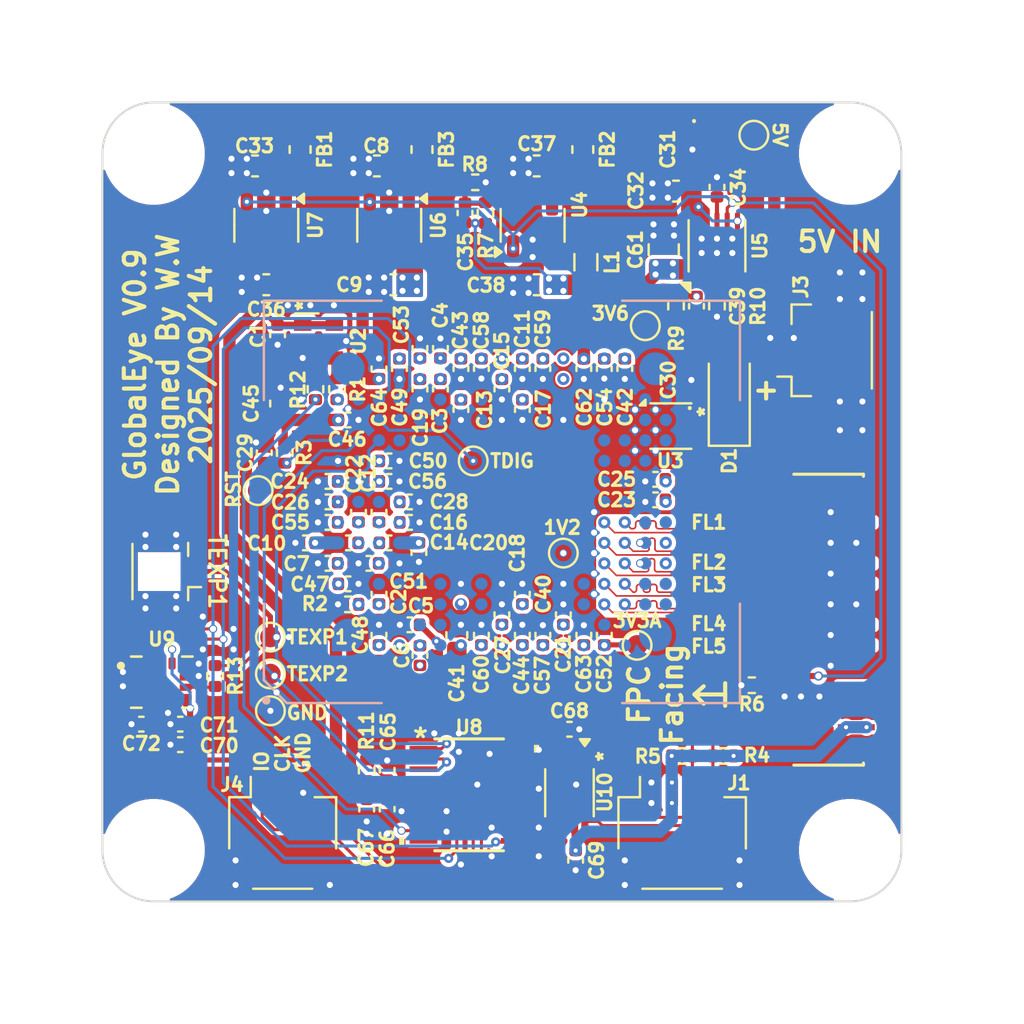
<source format=kicad_pcb>
(kicad_pcb (version 20240108) (generator "pcbnew") (generator_version "8.0")
  (title_block (title "GlobalEye") (date "2025-12-21") (rev "0.9") (company "WillWhang"))
  (layers (0 "F.Cu" signal) (1 "In1.Cu" signal) (2 "In2.Cu" signal) (31 "B.Cu" signal) (34 "B.Paste" user) (35 "F.Paste" user) (36 "B.SilkS" user "B.Silkscreen") (37 "F.SilkS" user "F.Silkscreen") (38 "B.Mask" user) (39 "F.Mask" user) (44 "Edge.Cuts" user))
  (net 0 "")
  (net 1 "VDDIO")
  (net 2 "GND")
  (net 3 "Net-(U1-VBGR)")
  (net 4 "Net-(U1-VRS)")
  (net 5 "Net-(U1-VRF)")
  (net 6 "Net-(U1-VREF)")
  (net 7 "Net-(U1-VBIASP)")
  (net 8 "VDDA")
  (net 9 "Net-(U1-VCPNO)")
  (net 10 "Net-(U1-VCPNI)")
  (net 11 "Net-(U1-VTX2L)")
  (net 12 "Net-(U1-VTX2H)")
  (net 13 "Net-(U1-VGRSTL)")
  (net 14 "Net-(U1-VGRSTH)")
  (net 15 "Net-(U1-VTX1H)")
  (net 16 "Net-(U1-VTX1L)")
  (net 17 "Net-(U1-VCPPO)")
  (net 18 "Net-(U1-VCPPI)")
  (net 19 "Net-(U1-VGRSTL2)")
  (net 20 "Net-(U1-SYS_RST_N)")
  (net 21 "Net-(U5-SS_CTRL)")
  (net 22 "Net-(U6-IN)")
  (net 23 "Net-(U5-NR{slash}SS)")
  (net 24 "Net-(U4-FB)")
  (net 25 "Net-(U4-VIN)")
  (net 26 "Net-(U5-FB)")
  (net 27 "Net-(D1-A)")
  (net 28 "Net-(D1-K)")
  (net 29 "+5V")
  (net 30 "SCL_3V3")
  (net 31 "+3V3")
  (net 32 "SDA_3V3")
  (net 33 "Net-(J2-Pin_12)")
  (net 34 "Net-(J2-Pin_21)")
  (net 35 "Net-(J2-Pin_11)")
  (net 36 "CAM_EN")
  (net 37 "Net-(J2-Pin_18)")
  (net 38 "Net-(J2-Pin_14)")
  (net 39 "Net-(J2-Pin_20)")
  (net 41 "Net-(J2-Pin_9)")
  (net 42 "Net-(J2-Pin_8)")
  (net 43 "Net-(J2-Pin_15)")
  (net 44 "Net-(J2-Pin_17)")
  (net 45 "Net-(U4-SW)")
  (net 46 "CLOCK")
  (net 47 "Net-(U2-Out)")
  (net 48 "Net-(U1-RES_EXT_NODE_P)")
  (net 49 "Net-(U1-SDO_TDIG)")
  (net 50 "CAM_D1_N")
  (net 52 "VDDD")
  (net 59 "CAM_D0_P")
  (net 60 "CAM_D2_N")
  (net 67 "CAM_D1_P")
  (net 71 "VDDPIX")
  (net 73 "CAM_D0_N")
  (net 81 "CAM_D2_P")
  (net 83 "TEXP1")
  (net 85 "CAM_D3_N")
  (net 86 "CAM_CLK_P")
  (net 87 "TEXP2")
  (net 89 "CAM_D3_P")
  (net 92 "CAM_CLK_N")
  (net 95 "Net-(U7-IN)")
  (net 97 "Net-(U8-PA1{slash}NRST)")
  (net 98 "SWDIO")
  (net 99 "SWCLK")
  (net 108 "SCL_IN")
  (net 109 "SDA_IN")
  (net 112 "Net-(U9-INT2{slash}FSYNC{slash}CLKIN)")
  (net 114 "HFCLK")
  (footprint "Capacitor_SMD:C_0402_1005Metric" (layer "F.Cu") (at 97.7 72.8 180)
    (property "Reference" "C51")
    (property "Value" "100nF")
  )
  (footprint "Capacitor_SMD:C_0402_1005Metric" (layer "F.Cu") (at 105.2 74.3 90)
    (property "Reference" "C40")
    (property "Value" "100nF")
  )
  (footprint "Capacitor_SMD:C_0402_1005Metric" (layer "F.Cu") (at 99.7 69.8)
    (property "Reference" "C28")
    (property "Value" "4.7uF")
  )
  (footprint "Capacitor_SMD:C_0402_1005Metric" (layer "F.Cu") (at 105.2 76.3 90)
    (property "Reference" "C44")
    (property "Value" "100nF")
  )
  (footprint "Capacitor_SMD:C_0402_1005Metric" (layer "F.Cu") (at 104.2 64.3 -90)
    (property "Reference" "C15")
    (property "Value" "100nF")
  )
  (footprint "Capacitor_SMD:C_0402_1005Metric" (layer "F.Cu") (at 98.6 82.9 90)
    (property "Reference" "C65")
    (property "Value" "10nF")
  )
  (footprint "TestPoint:TestPoint_Pad_D1.0mm" (layer "F.Cu") (at 107.2 72.3)
    (property "Reference" "TP4" (hide yes))
    (property "Value" "1V2")
  )
  (footprint "Connector_Molex:Molex_PicoBlade_53398-0271_1x02-1MP_P1.25mm_Vertical" (layer "F.Cu") (at 119.55 62.4 90)
    (property "Reference" "J3")
    (property "Value" "Conn_01x02_Shielded")
  )
  (footprint "Oscillator:Oscillator_SMD_Abracon_ASDMB-4Pin_2.5x2.0mm" (layer "F.Cu") (at 95.25 61.95 -90)
    (property "Reference" "U2")
    (property "Value" "ECS-2520MV-400-DN-TR")
  )
  (footprint "Package_SON:WSON-6-1EP_2x2mm_P0.65mm_EP1x1.6mm" (layer "F.Cu") (at 112.45 66.1)
    (property "Reference" "U3")
    (property "Value" "TVS0500DRV")
  )
  (footprint "Resistor_SMD:R_0402_1005Metric" (layer "F.Cu") (at 96.7 74.8 180)
    (property "Reference" "R2")
    (property "Value" "12.4K")
  )
  (footprint "Resistor_SMD:R_0402_1005Metric" (layer "F.Cu") (at 116.4 78.75 180)
    (property "Reference" "R6")
    (property "Value" "10K")
  )
  (footprint "Capacitor_SMD:C_0402_1005Metric" (layer "F.Cu") (at 98.2 74.3 90)
    (property "Reference" "C2")
    (property "Value" "100nF")
  )
  (footprint "Capacitor_SMD:C_0402_1005Metric" (layer "F.Cu") (at 95.7 72.8 180)
    (property "Reference" "C7")
    (property "Value" "4.7uF")
  )
  (footprint "MountingHole:MountingHole_2.2mm_M2" (layer "F.Cu") (at 121.2 52.8 90)
    (property "Reference" "H4" (hide yes))
    (property "Value" "MountingHole")
  )
  (footprint "Capacitor_SMD:C_0402_1005Metric" (layer "F.Cu") (at 101.2 62.3 90)
    (property "Reference" "C4")
    (property "Value" "220nF")
  )
  (footprint "Capacitor_SMD:C_0402_1005Metric" (layer "F.Cu") (at 98.7 71.8)
    (property "Reference" "C20")
    (property "Value" "4.7uF")
  )
  (footprint "Capacitor_SMD:C_0402_1005Metric" (layer "F.Cu") (at 109.2 76.3 90)
    (property "Reference" "C52")
    (property "Value" "100nF")
  )
  (footprint "Connector_Coaxial:U.FL_Hirose_U.FL-R-SMT-1_Vertical" (layer "F.Cu") (at 88 73.2 180)
    (property "Reference" "J5" (hide yes))
    (property "Value" "Conn_Coaxial")
  )
  (footprint "Capacitor_SMD:C_0402_1005Metric" (layer "F.Cu") (at 107.8 87.3 -90)
    (property "Reference" "C69")
    (property "Value" "100nF")
  )
  (footprint "Package_TO_SOT_SMD:SOT-23-5" (layer "F.Cu") (at 105.7 56.3 90)
    (property "Reference" "U4")
    (property "Value" "AP3418KTR-G1")
  )
  (footprint "TestPoint:TestPoint_Pad_D1.0mm" (layer "F.Cu") (at 102.8 67.8)
    (property "Reference" "TP2" (hide yes))
    (property "Value" "TDIG")
  )
  (footprint "footprints:DLP11SA350HL2B" (layer "F.Cu") (at 116.35 73.85)
    (property "Reference" "FL3")
    (property "Value" "DLP11SN900HL2L" (hide yes))
  )
  (footprint "Capacitor_SMD:C_0603_1608Metric" (layer "F.Cu") (at 112.7 54.63 180)
    (property "Reference" "C32")
    (property "Value" "10uF")
  )
  (footprint "Capacitor_SMD:C_0402_1005Metric" (layer "F.Cu") (at 93.25 61.65 -90)
    (property "Reference" "C1")
    (property "Value" "100nF")
  )
  (footprint "Capacitor_SMD:C_0402_1005Metric" (layer "F.Cu") (at 99.7 70.8)
    (property "Reference" "C16")
    (property "Value" "4.7uF")
  )
  (footprint "footprints:VSSOP20_DGS_TEX" (layer "F.Cu") (at 102.6 84.1)
    (property "Reference" "U8")
    (property "Value" "XMSM0C1104SDGS20R")
  )
  (footprint "Capacitor_SMD:C_0402_1005Metric" (layer "F.Cu") (at 107.5 80.9)
    (property "Reference" "C68")
    (property "Value" "100nF")
  )
  (footprint "Capacitor_SMD:C_0603_1608Metric" (layer "F.Cu") (at 102 76.3 90)
    (property "Reference" "C41")
    (property "Value" "4.7uF")
  )
  (footprint "footprints:NFM18CC101R1C3D" (layer "F.Cu") (at 113.45 63.83 90)
    (property "Reference" "C30")
    (property "Value" "C_Feedthrough" (hide yes))
  )
  (footprint "Capacitor_SMD:C_0402_1005Metric" (layer "F.Cu") (at 100.2 62.3 90)
    (property "Reference" "C53")
    (property "Value" "100nF")
  )
  (footprint "Capacitor_SMD:C_0402_1005Metric" (layer "F.Cu") (at 101.2 64.3 -90)
    (property "Reference" "C3")
    (property "Value" "220nF")
  )
  (footprint "Capacitor_SMD:C_0603_1608Metric" (layer "F.Cu") (at 105.9 59.2)
    (property "Reference" "C38")
    (property "Value" "22uF")
  )
  (footprint "footprints:NFM18CC101R1C3D" (layer "F.Cu") (at 113.5 52.6 -90)
    (property "Reference" "C31")
    (property "Value" "C_Feedthrough" (hide yes))
  )
  (footprint "Capacitor_SMD:C_0402_1005Metric" (layer "F.Cu") (at 92.6 67.4 90)
    (property "Reference" "C29")
    (property "Value" "100nF")
  )
  (footprint "Capacitor_SMD:C_0402_1005Metric" (layer "F.Cu") (at 114.7 54.43 90)
    (property "Reference" "C34")
    (property "Value" "100nF")
  )
  (footprint "Capacitor_SMD:C_0402_1005Metric" (layer "F.Cu") (at 99.2 63.3 -90)
    (property "Reference" "C49")
    (property "Value" "100nF")
  )
  (footprint "TestPoint:TestPoint_Pad_D1.0mm" (layer "F.Cu") (at 116.5 51.9)
    (property "Reference" "TP3" (hide yes))
    (property "Value" "TEXP")
  )
  (footprint "TestPoint:TestPoint_Pad_D1.0mm" (layer "F.Cu") (at 110.8 76.8)
    (property "Reference" "TP9" (hide yes))
    (property "Value" "VDDA")
  )
  (footprint "Capacitor_SMD:C_0402_1005Metric" (layer "F.Cu") (at 111.7 68.7 180)
    (property "Reference" "C25")
    (property "Value" "100nF")
  )
  (footprint "Package_TO_SOT_SMD:SOT-23-5" (layer "F.Cu") (at 92.7 56.3 -90)
    (property "Reference" "U7")
    (property "Value" "LP5907MFX-1.8")
  )
  (footprint "Capacitor_SMD:C_0402_1005Metric" (layer "F.Cu") (at 108.2 76.3 90)
    (property "Reference" "C63")
    (property "Value" "100nF")
  )
  (footprint "Capacitor_SMD:C_0402_1005Metric" (layer "F.Cu") (at 96.7 73.8)
    (property "Reference" "C47")
    (property "Value" "100nF")
  )
  (footprint "Capacitor_SMD:C_0402_1005Metric" (layer "F.Cu") (at 110.2 63.3 -90)
    (property "Reference" "C42")
    (property "Value" "100nF")
  )
  (footprint "Capacitor_SMD:C_0402_1005Metric" (layer "F.Cu") (at 103.2 63.3 -90)
    (property "Reference" "C58")
    (property "Value" "100nF")
  )
  (footprint "Capacitor_SMD:C_0402_1005Metric" (layer "F.Cu") (at 107.2 75.3 90)
    (property "Reference" "C21")
    (property "Value" "100nF")
  )
  (footprint "Resistor_SMD:R_0402_1005Metric" (layer "F.Cu") (at 112.7 60.25 90)
    (property "Reference" "R9")
    (property "Value" "3.57K")
  )
  (footprint "Resistor_SMD:R_0402_1005Metric" (layer "F.Cu") (at 103.4 55.7 90)
    (property "Reference" "R7")
    (property "Value" "10K")
  )
  (footprint "Capacitor_SMD:C_0402_1005Metric" (layer "F.Cu") (at 97.2 70.3 90)
    (property "Reference" "C22")
    (property "Value" "4.7uF")
  )
  (footprint "Capacitor_SMD:C_0603_1608Metric" (layer "F.Cu") (at 105.9 53.4 180)
    (property "Reference" "C37")
    (property "Value" "4.7uF")
  )
  (footprint "Capacitor_SMD:C_0402_1005Metric" (layer "F.Cu") (at 98.6 84.8 -90)
    (property "Reference" "C66")
    (property "Value" "100nF")
  )
  (footprint "Resistor_SMD:R_0402_1005Metric" (layer "F.Cu") (at 95.1 64.3 -90)
    (property "Reference" "R12")
    (property "Value" "10R")
  )
  (footprint "Capacitor_SMD:C_0603_1608Metric" (layer "F.Cu") (at 98.9 59.2 180)
    (property "Reference" "C9")
    (property "Value" "47uF")
  )
  (footprint "Resistor_SMD:R_0402_1005Metric" (layer "F.Cu") (at 93.6 67.4 -90)
    (property "Reference" "R3")
    (property "Value" "10K")
  )
  (footprint "Capacitor_SMD:C_0402_1005Metric" (layer "F.Cu") (at 105.2 65.3 -90)
    (property "Reference" "C17")
    (property "Value" "100nF")
  )
  (footprint "TestPoint:TestPoint_Pad_D1.0mm" (layer "F.Cu") (at 92.3 69.25)
    (property "Reference" "TP1" (hide yes))
    (property "Value" "RST")
  )
  (footprint "Diode_SMD:D_SOD-123" (layer "F.Cu") (at 115.3 64.7 90)
    (property "Reference" "D1")
    (property "Value" "MBR0540")
  )
  (footprint "Capacitor_SMD:C_0402_1005Metric" (layer "F.Cu") (at 102.2 65.3 -90)
    (property "Reference" "C13")
    (property "Value" "100nF")
  )
  (footprint "TestPoint:TestPoint_Pad_D1.0mm" (layer "F.Cu") (at 92.9 80)
    (property "Reference" "TP8" (hide yes))
    (property "Value" "VDDA")
  )
  (footprint "Capacitor_SMD:C_0402_1005Metric" (layer "F.Cu") (at 104.2 75.3 90)
    (property "Reference" "C27")
    (property "Value" "100nF")
  )
  (footprint "Resistor_SMD:R_0402_1005Metric" (layer "F.Cu") (at 96.15 64.3 90)
    (property "Reference" "R1")
    (property "Value" "22R")
  )
  (footprint "footprints:TF3822S05SV830" (layer "F.Cu") (at 121.85 75.55 -90)
    (property "Reference" "J2" (hide yes))
    (property "Value" "FH12A-22S-0.5SH(55)" (hide yes))
  )
  (footprint "Capacitor_SMD:C_0402_1005Metric" (layer "F.Cu") (at 102.4 55.7 -90)
    (property "Reference" "C35")
    (property "Value" "100pF")
  )
  (footprint "Capacitor_SMD:C_0402_1005Metric" (layer "F.Cu") (at 94.6 71.8 180)
    (property "Reference" "C10")
    (property "Value" "4.7uF")
  )
  (footprint "Inductor_SMD:L_0603_1608Metric" (layer "F.Cu") (at 100.3 52.6 90)
    (property "Reference" "FB3")
    (property "Value" "BLM18KG102SN1D")
  )
  (footprint "Capacitor_SMD:C_0402_1005Metric" (layer "F.Cu") (at 100.2 64.3 -90)
    (property "Reference" "C19")
    (property "Value" "100nF")
  )
  (footprint "footprints:PQFN50P300X250X97-14N" (layer "F.Cu") (at 87.6 78.6)
    (property "Reference" "U9")
    (property "Value" "ICM-42688-P")
  )
  (footprint "Capacitor_SMD:C_0402_1005Metric" (layer "F.Cu") (at 111.7 69.7 180)
    (property "Reference" "C23")
    (property "Value" "100nF")
  )
  (footprint "MountingHole:MountingHole_2.2mm_M2" (layer "F.Cu") (at 87.2 52.8 180)
    (property "Reference" "H1" (hide yes))
    (property "Value" "MountingHole")
  )
  (footprint "Package_SO:VSSOP-8_2.3x2mm_P0.5mm" (layer "F.Cu") (at 107.5 84 -90)
    (property "Reference" "U10")
    (property "Value" "TCA9406DC")
  )
  (footprint "Connector_JST:JST_SH_SM03B-SRSS-TB_1x03-1MP_P1.00mm_Horizontal" (layer "F.Cu") (at 93.5 86)
    (property "Reference" "J4")
    (property "Value" "Conn_01x03_MountingPin")
  )
  (footprint "Capacitor_SMD:C_0402_1005Metric" (layer "F.Cu") (at 97.6 84.8 90)
    (property "Reference" "C67")
    (property "Value" "10uF")
  )
  (footprint "footprints:DLP11SA350HL2B" (layer "F.Cu") (at 116.35 75.75)
    (property "Reference" "FL4")
    (property "Value" "DLP11SN900HL2L" (hide yes))
  )
  (footprint "Capacitor_SMD:C_0402_1005Metric" (layer "F.Cu") (at 99.7 75.8 180)
    (property "Reference" "C5")
    (property "Value" "100nF")
  )
  (footprint "Capacitor_SMD:C_0402_1005Metric" (layer "F.Cu") (at 95.7 69.8 180)
    (property "Reference" "C26")
    (property "Value" "4.7uF")
  )
  (footprint "Resistor_SMD:R_0402_1005Metric" (layer "F.Cu") (at 114.7 60.25 90)
    (property "Reference" "R10")
    (property "Value" "1.02K")
  )
  (footprint "Capacitor_SMD:C_0402_1005Metric" (layer "F.Cu") (at 98.2 76.3 90)
    (property "Reference" "C48")
    (property "Value" "100nF")
  )
  (footprint "Capacitor_SMD:C_0402_1005Metric" (layer "F.Cu") (at 98.7 67.8)
    (property "Reference" "C50")
    (property "Value" "100nF")
  )
  (footprint "Package_DFN_QFN:Texas_S-PDSO-N10_EP1.2x2mm" (layer "F.Cu") (at 114.7 57.3 90)
    (property "Reference" "U5")
    (property "Value" "TPS7A90")
  )
  (footprint "Capacitor_SMD:C_0603_1608Metric" (layer "F.Cu") (at 93.4 65 90)
    (property "Reference" "C45")
    (property "Value" "4.7uF")
  )
  (footprint "Inductor_SMD:L_0805_2012Metric" (layer "F.Cu") (at 108.3 58.1 -90)
    (property "Reference" "L1")
    (property "Value" "DFE201210U-2R2M=P2")
  )
  (footprint "Capacitor_SMD:C_0402_1005Metric" (layer "F.Cu") (at 102.2 63.3 -90)
    (property "Reference" "C43")
    (property "Value" "4.7uF")
  )
  (footprint "MountingHole:MountingHole_2.2mm_M2" (layer "F.Cu") (at 121.2 86.8 90)
    (property "Reference" "H3" (hide yes))
    (property "Value" "MountingHole")
  )
  (footprint "footprints:DLP11SA350HL2B" (layer "F.Cu") (at 116.35 70.8)
    (property "Reference" "FL1")
    (property "Value" "DLP11SN900HL2L" (hide yes))
  )
  (footprint "Capacitor_SMD:C_0402_1005Metric" (layer "F.Cu") (at 109.2 63.3 -90)
    (property "Reference" "C54")
    (property "Value" "100nF")
  )
  (footprint "Inductor_SMD:L_0603_1608Metric" (layer "F.Cu") (at 94.35 52.6 90)
    (property "Reference" "FB1")
    (property "Value" "BLM18KG102SN1D")
  )
  (footprint "TestPoint:TestPoint_Pad_D1.0mm" (layer "F.Cu") (at 111.2 61.2)
    (property "Reference" "TP5" (hide yes))
    (property "Value" "VDDPIX")
  )
  (footprint "Capacitor_SMD:C_0402_1005Metric" (layer "F.Cu") (at 100.15 72.28 -90)
    (property "Reference" "C18")
    (property "Value" "4.7uF")
  )
  (footprint "footprints:DLP11SA350HL2B" (layer "F.Cu") (at 116.35 76.85)
    (property "Reference" "FL5")
    (property "Value" "DLP11SN900HL2L" (hide yes))
  )
  (footprint "Capacitor_SMD:C_0402_1005Metric" (layer "F.Cu") (at 95.7 68.8 180)
    (property "Reference" "C24")
    (property "Value" "4.7uF")
  )
  (footprint "Capacitor_SMD:C_0402_1005Metric" (layer "F.Cu") (at 100.2 77.3 90)
    (property "Reference" "C6")
    (property "Value" "100nF")
  )
  (footprint "Capacitor_SMD:C_0402_1005Metric" (layer "F.Cu") (at 95.7 70.8 180)
    (property "Reference" "C55")
    (property "Value" "100nF")
  )
  (footprint "Capacitor_SMD:C_0402_1005Metric" (layer "F.Cu") (at 98.2 70.3 90)
    (property "Reference" "C12")
    (property "Value" "4.7uF")
  )
  (footprint "Capacitor_SMD:C_0402_1005Metric" (layer "F.Cu") (at 98.2 63.3 90)
    (property "Reference" "C64")
    (property "Value" "100nF")
  )
  (footprint "Capacitor_SMD:C_0402_1005Metric" (layer "F.Cu") (at 88.5 80.65 180)
    (property "Reference" "C71")
    (property "Value" "10nF")
  )
  (footprint "Capacitor_SMD:C_0603_1608Metric" (layer "F.Cu") (at 92.15 53.4)
    (property "Reference" "C33")
    (property "Value" "4.7uF")
  )
  (footprint "Capacitor_SMD:C_0402_1005Metric" (layer "F.Cu") (at 96.7 71.8 180)
    (property "Reference" "C14")
    (property "Value" "4.7uF")
  )
  (footprint "Capacitor_SMD:C_0402_1005Metric" (layer "F.Cu") (at 106.2 76.3 90)
    (property "Reference" "C57")
    (property "Value" "100nF")
  )
  (footprint "TestPoint:TestPoint_Pad_D1.0mm" (layer "F.Cu") (at 92.9 78.2)
    (property "Reference" "TP7" (hide yes))
    (property "Value" "TEXP2")
  )
  (footprint "Resistor_SMD:R_0402_1005Metric" (layer "F.Cu") (at 97.6 82.9 -90)
    (property "Reference" "R11")
    (property "Value" "47K")
  )
  (footprint "Capacitor_SMD:C_0402_1005Metric" (layer "F.Cu") (at 105.2 63.3 -90)
    (property "Reference" "C11")
    (property "Value" "100nF")
  )
  (footprint "Capacitor_SMD:C_0402_1005Metric" (layer "F.Cu") (at 106.2 63.3 -90)
    (property "Reference" "C59")
    (property "Value" "100nF")
  )
  (footprint "Capacitor_SMD:C_0402_1005Metric" (layer "F.Cu") (at 103.2 76.3 90)
    (property "Reference" "C60")
    (property "Value" "100nF")
  )
  (footprint "Capacitor_SMD:C_0402_1005Metric" (layer "F.Cu") (at 86.6 80.65 180)
    (property "Reference" "C72")
    (property "Value" "1uF")
  )
  (footprint "MountingHole:MountingHole_2.2mm_M2" (layer "F.Cu") (at 87.2 86.8)
    (property "Reference" "H2" (hide yes))
    (property "Value" "MountingHole")
  )
  (footprint "Connector_JST:JST_SH_SM04B-SRSS-TB_1x04-1MP_P1.00mm_Horizontal" (layer "F.Cu") (at 113 86)
    (property "Reference" "J1")
    (property "Value" "Conn_01x04_Shielded")
  )
  (footprint "footprints:DLP11SA350HL2B" (layer "F.Cu") (at 116.35 72.75)
    (property "Reference" "FL2")
    (property "Value" "DLP11SN900HL2L" (hide yes))
  )
  (footprint "Capacitor_SMD:C_0805_2012Metric" (layer "F.Cu") (at 112.1 57.4875 90)
    (property "Reference" "C61")
    (property "Value" "47uF")
  )
  (footprint "Inductor_SMD:L_0603_1608Metric" (layer "F.Cu") (at 108.15 52.6 90)
    (property "Reference" "FB2")
    (property "Value" "BLM18KG102SN1D")
  )
  (footprint "Capacitor_SMD:C_0402_1005Metric" (layer "F.Cu") (at 113.7 60.25 90)
    (property "Reference" "C39")
    (property "Value" "10nF")
  )
  (footprint "Capacitor_SMD:C_0402_1005Metric" (layer "F.Cu") (at 96.7 65.8)
    (property "Reference" "C46")
    (property "Value" "100nF")
  )
  (footprint "Resistor_SMD:R_0402_1005Metric" (layer "F.Cu") (at 90.2 78.3 90)
    (property "Reference" "R13")
    (property "Value" "10R")
  )
  (footprint "TestPoint:TestPoint_Pad_D1.0mm" (layer "F.Cu") (at 92.9 76.4)
    (property "Reference" "TP6" (hide yes))
    (property "Value" "TEXP1")
  )
  (footprint "Capacitor_SMD:C_0402_1005Metric" (layer "F.Cu") (at 88.5 81.65 180)
    (property "Reference" "C70")
    (property "Value" "100nF")
  )
  (footprint "Resistor_SMD:R_0402_1005Metric" (layer "F.Cu") (at 113 82.2 180)
    (property "Reference" "R5")
    (property "Value" "10K")
  )
  (footprint "Resistor_SMD:R_0402_1005Metric" (layer "F.Cu") (at 102.9 54.2)
    (property "Reference" "R8")
    (property "Value" "10K")
  )
  (footprint "Resistor_SMD:R_0402_1005Metric" (layer "F.Cu") (at 115 82.2 180)
    (property "Reference" "R4")
    (property "Value" "10K")
  )
  (footprint "Capacitor_SMD:C_0402_1005Metric" (layer "F.Cu") (at 108.2 63.3 -90)
    (property "Reference" "C62")
    (property "Value" "4.7uF")
  )
  (footprint "Capacitor_SMD:C_0603_1608Metric" (layer "F.Cu") (at 98.1 53.4)
    (property "Reference" "C8")
    (property "Value" "4.7uF")
  )
  (footprint "Capacitor_SMD:C_0603_1608Metric" (layer "F.Cu") (at 92.7 59.2 180)
    (property "Reference" "C36")
    (property "Value" "10uF")
  )
  (footprint "Package_TO_SOT_SMD:SOT-23-5" (layer "F.Cu") (at 98.7 56.3 -90)
    (property "Reference" "U6")
    (property "Value" "LP5907MFX-3.3")
  )
  (footprint "Capacitor_SMD:C_0402_1005Metric" (layer "F.Cu") (at 98.7 68.8)
    (property "Reference" "C56")
    (property "Value" "100nF")
  )
  (footprint "GMAX3412:LGA-255_17x15_23.0x19.4mm" (layer "B.Cu") (at 104.2 69.8)
    (property "Reference" "U1" (hide yes))
    (property "Value" "~" (hide yes))
  )
  (gr_line (start 115.1 78.65) (end 115.1 79.75) (stroke (width 0.2)) (layer "F.SilkS"))
  (gr_line (start 115.1 79.2) (end 113.6 79.2) (stroke (width 0.2)) (layer "F.SilkS"))
  (gr_line (start 113.6 79.2) (end 114.05 78.8) (stroke (width 0.2)) (layer "F.SilkS"))
  (gr_line (start 113.6 79.2) (end 114.05 79.65) (stroke (width 0.2)) (layer "F.SilkS"))
  (gr_line (start 87.2 89.3) (end 121.2 89.3) (stroke (width 0.1)) (layer "Edge.Cuts"))
  (gr_arc (start 121.2 50.3) (mid 122.967767 51.032233) (end 123.7 52.8) (stroke (width 0.1)) (layer "Edge.Cuts"))
  (gr_arc (start 123.7 86.8) (mid 122.967767 88.567767) (end 121.2 89.3) (stroke (width 0.1)) (layer "Edge.Cuts"))
  (gr_arc (start 84.7 52.8) (mid 85.432233 51.032233) (end 87.2 50.3) (stroke (width 0.1)) (layer "Edge.Cuts"))
  (gr_line (start 84.7 52.8) (end 84.7 86.8) (stroke (width 0.1)) (layer "Edge.Cuts"))
  (gr_line (start 121.2 50.3) (end 87.2 50.3) (stroke (width 0.1)) (layer "Edge.Cuts"))
  (gr_line (start 123.7 86.8) (end 123.7 52.8) (stroke (width 0.1)) (layer "Edge.Cuts"))
  (gr_arc (start 87.2 89.3) (mid 85.432233 88.567767) (end 84.7 86.8) (stroke (width 0.1)) (layer "Edge.Cuts"))
  (gr_text "TEXP1" (at 95.2 76.4 0) (layer "F.SilkS") (effects (font (size 0.65 0.65))))
  (gr_text "*" (at 114.125 65.4 90) (layer "F.SilkS") (effects (font (size 0.65 0.65))))
  (gr_text "FPC\nFacing" (at 111.7 79.2 90) (layer "F.SilkS") (effects (font (size 1 1) (thickness 0.2))))
  (gr_text "TDIG" (at 104.7 67.8 0) (layer "F.SilkS") (effects (font (size 0.65 0.65))))
  (gr_text "3V6" (at 109.5 60.6 0) (layer "F.SilkS") (effects (font (size 0.65 0.65))))
  (gr_text "*" (at 94.5 60.225 90) (layer "F.SilkS") (effects (font (size 0.65 0.65))))
  (gr_text "RST" (at 91.1 69.2 90) (layer "F.SilkS") (effects (font (size 0.65 0.65))))
  (gr_text "GlobalEye V0.9\nDesigned By W.W\n2025/09/14" (at 87.9 63.1 90) (layer "F.SilkS") (effects (font (size 1 1) (thickness 0.2))))
  (gr_text "GND" (at 94.7 80.1 0) (layer "F.SilkS") (effects (font (size 0.65 0.65))))
  (gr_text "IO" (at 92.475 82.475 90) (layer "F.SilkS") (effects (font (size 0.65 0.65))))
  (gr_text "GND" (at 94.495283 82.05 90) (layer "F.SilkS") (effects (font (size 0.65 0.65))))
  (gr_text "5V" (at 117.775 51.875 -90) (layer "F.SilkS") (effects (font (size 0.65 0.65))))
  (gr_text "*" (at 109.175 82.225 90) (layer "F.SilkS") (effects (font (size 0.65 0.65))))
  (gr_text "5V IN" (at 120.7 57.1 0) (layer "F.SilkS") (effects (font (size 1 1) (thickness 0.2))))
  (gr_text "+" (at 117.1 64.3 0) (layer "F.SilkS") (effects (font (size 1 1) (thickness 0.2))))
  (gr_text "3V3A" (at 110.8 75.6 0) (layer "F.SilkS") (effects (font (size 0.65 0.65))))
  (gr_text "TEXP2" (at 95.2 78.2 0) (layer "F.SilkS") (effects (font (size 0.65 0.65))))
  (gr_text "1V2" (at 107.15 71.05 0) (layer "F.SilkS") (effects (font (size 0.65 0.65))))
  (gr_text "TEXP1" (at 90.3 73.2 -90) (layer "F.SilkS") (effects (font (size 0.8 0.8))))
  (gr_text "CLK" (at 93.5 82.075 90) (layer "F.SilkS") (effects (font (size 0.65 0.65))))
  (segment (start 95.6 82.4) (end 95.8 82.4) (width 0.25) (layer "F.Cu") (net 1))
  (segment (start 92.6 60.55) (end 92.3625 60.3125) (width 0.25) (layer "F.Cu") (net 1))
  (segment (start 89 82.4) (end 89.1 82.4) (width 0.25) (layer "F.Cu") (net 1))
  (segment (start 88.98 82.22) (end 88.8 82.4) (width 0.25) (layer "F.Cu") (net 1))
  (segment (start 88.765 79.665) (end 88.98 79.88) (width 0.3) (layer "F.Cu") (net 1))
  (segment (start 88.98 82.2) (end 89 82.2) (width 0.25) (layer "F.Cu") (net 1))
  (segment (start 96.025 61.125) (end 94.475 61.125) (width 0.3) (layer "F.Cu") (net 1))
  (segment (start 89 82.2) (end 89.2 82.4) (width 0.25) (layer "F.Cu") (net 1))
  (segment (start 96.1 82.1) (end 96.1 82.4) (width 0.6) (layer "F.Cu") (net 1))
  (segment (start 92.3625 60.3125) (end 92.5875 60.0875) (width 0.6) (layer "F.Cu") (net 1))
  (segment (start 93.22 61.17) (end 92.6 60.55) (width 0.25) (layer "F.Cu") (net 1))
  (segment (start 92.5875 60.0875) (end 93.475 59.2) (width 0.6) (layer "F.Cu") (net 1))
  (segment (start 97.4 60.4) (end 96.2 59.2) (width 0.6) (layer "F.Cu") (net 1))
  (segment (start 107.02 80.32) (end 106.2 79.5) (width 0.6) (layer "F.Cu") (net 1))
  (segment (start 93.6 66.89) (end 93.6 65.975) (width 0.3) (layer "F.Cu") (net 1))
  (segment (start 96.1 79.1) (end 96.1 79.5) (width 0.6) (layer "F.Cu") (net 1))
  (segment (start 96.1 79.5) (end 96.5 79.5) (width 0.6) (layer "F.Cu") (net 1))
  (segment (start 107.25 81.13) (end 107.25 82.6) (width 0.2) (layer "F.Cu") (net 1))
  (segment (start 93.9 65.8) (end 93.3 65.8) (width 0.6) (layer "F.Cu") (net 1))
  (segment (start 88.98 82.38) (end 89 82.4) (width 0.25) (layer "F.Cu") (net 1))
  (segment (start 107.02 80.9) (end 107.02 80.32) (width 0.6) (layer "F.Cu") (net 1))
  (segment (start 88.98 82.2) (end 88.98 82.22) (width 0.25) (layer "F.Cu") (net 1))
  (segment (start 93.65 59.175) (end 93.65 57.4375) (width 0.6) (layer "F.Cu") (net 1))
  (segment (start 88.98 82.2) (end 88.98 82.28) (width 0.25) (layer "F.Cu") (net 1))
  (segment (start 96.5 79.5) (end 96.1 79.9) (width 0.6) (layer "F.Cu") (net 1))
  (segment (start 96.1 82.4) (end 96.1 82.7) (width 0.6) (layer "F.Cu") (net 1))
  (segment (start 94.475 61.125) (end 93.295 61.125) (width 0.25) (layer "F.Cu") (net 1))
  (segment (start 91.3 65.8) (end 90.9 65.4) (width 0.6) (layer "F.Cu") (net 1))
  (segment (start 98.2 63.8) (end 97.7 63.8) (width 0.6) (layer "F.Cu") (net 1))
  (segment (start 92.1375 60.5375) (end 92.3625 60.3125) (width 0.6) (layer "F.Cu") (net 1))
  (segment (start 92.5875 60.5375) (end 92.5875 60.0875) (width 0.25) (layer "F.Cu") (net 1))
  (segment (start 97.4 63.5) (end 97.4 60.4) (width 0.6) (layer "F.Cu") (net 1))
  (segment (start 97.6 83.41) (end 97.6 84.32) (width 0.5) (layer "F.Cu") (net 1))
  (segment (start 89.2 82.4) (end 95.6 82.4) (width 0.25) (layer "F.Cu") (net 1))
  (segment (start 93.675 59.2) (end 93.65 59.175) (width 0.6) (layer "F.Cu") (net 1))
  (segment (start 106.2 79.5) (end 96.5 79.5) (width 0.6) (layer "F.Cu") (net 1))
  (segment (start 96.5 79.5) (end 96.1 79.1) (width 0.6) (layer "F.Cu") (net 1))
  (segment (start 96.2 59.2) (end 93.675 59.2) (width 0.6) (layer "F.Cu") (net 1))
  (segment (start 90.9 71.3) (end 96.1 76.5) (width 0.6) (layer "F.Cu") (net 1))
  (segment (start 91.3 65.8) (end 90.9 66.2) (width 0.6) (layer "F.Cu") (net 1))
  (segment (start 87.08 80.65) (end 87.08 82.08) (width 0.25) (layer "F.Cu") (net 1))
  (segment (start 87.08 82.08) (end 87.4 82.4) (width 0.25) (layer "F.Cu") (net 1))
  (segment (start 88.98 82.2) (end 88.98 82.38) (width 0.25) (layer "F.Cu") (net 1))
  (segment (start 95.6 82.4) (end 96.1 82.4) (width 0.25) (layer "F.Cu") (net 1))
  (segment (start 96.1 76.5) (end 96.1 79.1) (width 0.6) (layer "F.Cu") (net 1))
  (segment (start 92.5875 60.5375) (end 92.1375 60.5375) (width 0.25) (layer "F.Cu") (net 1))
  (segment (start 95.8 82.4) (end 96.1 82.1) (width 0.25) (layer "F.Cu") (net 1))
  (segment (start 90.9 66.2) (end 90.9 65.4) (width 0.6) (layer "F.Cu") (net 1))
  (segment (start 90.9 61.775) (end 92.1375 60.5375) (width 0.6) (layer "F.Cu") (net 1))
  (segment (start 92.6 60.55) (end 92.5875 60.5375) (width 0.25) (layer "F.Cu") (net 1))
  (segment (start 87.1 79.515) (end 87.1 80.63) (width 0.3) (layer "F.Cu") (net 1))
  (segment (start 88.98 81.65) (end 88.98 82.2) (width 0.25) (layer "F.Cu") (net 1))
  (segment (start 88.1 77.685) (end 88.1 77) (width 0.15) (layer "F.Cu") (net 1))
  (segment (start 93.6 65.975) (end 93.8 65.775) (width 0.3) (layer "F.Cu") (net 1))
  (segment (start 88.8 82.4) (end 89 82.4) (width 0.25) (layer "F.Cu") (net 1))
  (segment (start 96.8 83.9) (end 97.4 83.9) (width 0.6) (layer "F.Cu") (net 1))
  (segment (start 107.02 80.9) (end 107.25 81.13) (width 0.2) (layer "F.Cu") (net 1))
  (segment (start 93.295 61.125) (end 93.25 61.17) (width 0.25) (layer "F.Cu") (net 1))
  (segment (start 88.98 79.88) (end 88.98 80.65) (width 0.3) (layer "F.Cu") (net 1))
  (segment (start 107.25 82.6) (end 107.25 85.4) (width 0.2) (layer "F.Cu") (net 1))
  (segment (start 96.1 79.9) (end 96.1 82.1) (width 0.6) (layer "F.Cu") (net 1))
  (segment (start 96.22 65.8) (end 91.3 65.8) (width 0.6) (layer "F.Cu") (net 1))
  (segment (start 87.1 80.63) (end 87.08 80.65) (width 0.3) (layer "F.Cu") (net 1))
  (segment (start 95.8 82.4) (end 96.1 82.7) (width 0.25) (layer "F.Cu") (net 1))
  (segment (start 97.7 63.8) (end 97.4 63.5) (width 0.6) (layer "F.Cu") (net 1))
  (segment (start 89.1 82.4) (end 89.2 82.4) (width 0.25) (layer "F.Cu") (net 1))
  (segment (start 88.98 82.28) (end 89.1 82.4) (width 0.25) (layer "F.Cu") (net 1))
  (segment (start 96.1 79.5) (end 96.1 79.9) (width 0.6) (layer "F.Cu") (net 1))
  (segment (start 96.1 83.2) (end 96.8 83.9) (width 0.6) (layer "F.Cu") (net 1))
  (segment (start 97.73 84.35) (end 97.7 84.32) (width 0.25) (layer "F.Cu") (net 1))
  (segment (start 93.6 66.1) (end 93.3 65.8) (width 0.3) (layer "F.Cu") (net 1))
  (segment (start 96.1 82.7) (end 96.1 83.2) (width 0.6) (layer "F.Cu") (net 1))
  (segment (start 88.98 80.65) (end 88.98 81.65) (width 0.3) (layer "F.Cu") (net 1))
  (segment (start 100.37115 84.35) (end 97.73 84.35) (width 0.25) (layer "F.Cu") (net 1))
  (segment (start 87.4 82.4) (end 88.8 82.4) (width 0.25) (layer "F.Cu") (net 1))
  (segment (start 90.9 66.2) (end 90.9 71.3) (width 0.6) (layer "F.Cu") (net 1))
  (segment (start 90.9 65.4) (end 90.9 61.775) (width 0.6) (layer "F.Cu") (net 1))
  (segment (start 88.765 79.35) (end 88.765 79.665) (width 0.3) (layer "F.Cu") (net 1))
  (segment (start 93.25 61.17) (end 93.22 61.17) (width 0.25) (layer "F.Cu") (net 1))
  (via (at 96.22 65.8) (size 0.4) (drill 0.3) (layers "F.Cu" "B.Cu") (net 1))
  (via (at 98.2 63.8) (size 0.4) (drill 0.3) (layers "F.Cu" "B.Cu") (net 1))
  (via (at 88.1 77) (size 0.4) (drill 0.3) (layers "F.Cu" "B.Cu") (net 1))
  (via (at 88.98 79.88) (size 0.4) (drill 0.3) (layers "F.Cu" "B.Cu") (net 1))
  (segment (start 88.1 78.2) (end 88.98 79.08) (width 0.15) (layer "B.Cu") (net 1))
  (segment (start 88.1 77) (end 88.1 78.2) (width 0.15) (layer "B.Cu") (net 1))
  (segment (start 88.98 79.08) (end 88.98 79.88) (width 0.15) (layer "B.Cu") (net 1))
  (segment (start 88.1 79.9) (end 87.9 80.1) (width 0.3) (layer "F.Cu") (net 2))
  (segment (start 86.435 78.85) (end 85.75 78.85) (width 0.3) (layer "F.Cu") (net 2))
  (segment (start 88.765 78.35) (end 89.35 78.35) (width 0.3) (layer "F.Cu") (net 2))
  (segment (start 89.4 77.7) (end 89.25 77.85) (width 0.3) (layer "F.Cu") (net 2))
  (segment (start 87.6 79.515) (end 87.6 79.8) (width 0.3) (layer "F.Cu") (net 2))
  (segment (start 87.6 79.8) (end 87.9 80.1) (width 0.3) (layer "F.Cu") (net 2))
  (segment (start 88.1 79.515) (end 88.1 79.9) (width 0.3) (layer "F.Cu") (net 2))
  (segment (start 89.25 77.85) (end 88.765 77.85) (width 0.3) (layer "F.Cu") (net 2))
  (segment (start 85.95 77.85) (end 85.7 78.1) (width 0.3) (layer "F.Cu") (net 2))
  (segment (start 86.435 77.85) (end 85.95 77.85) (width 0.3) (layer "F.Cu") (net 2))
  (segment (start 86.435 78.35) (end 85.95 78.35) (width 0.3) (layer "F.Cu") (net 2))
  (segment (start 85.75 78.85) (end 85.7 78.8) (width 0.3) (layer "F.Cu") (net 2))
  (segment (start 89.35 78.35) (end 89.4 78.3) (width 0.3) (layer "F.Cu") (net 2))
  (segment (start 85.95 78.35) (end 85.7 78.1) (width 0.3) (layer "F.Cu") (net 2))
  (via (at 103.41 54.2) (size 0.4) (drill 0.3) (layers "F.Cu" "B.Cu") (net 2))
  (via (at 115.45 57.65) (size 0.4) (drill 0.3) (layers "F.Cu" "B.Cu") (net 2))
  (via (at 104.2 73.8) (size 0.4) (drill 0.3) (layers "F.Cu" "B.Cu") (net 2))
  (via (at 106 85.7) (size 0.4) (drill 0.3) (layers "F.Cu" "B.Cu") (net 2))
  (via (at 120.25 70.3) (size 0.45) (drill 0.3) (layers "F.Cu" "B.Cu") (net 2))
  (via (at 107.2 65.8) (size 0.4) (drill 0.3) (layers "F.Cu" "B.Cu") (net 2))
  (via (at 107.825 83.6) (size 0.4) (drill 0.3) (layers "F.Cu" "B.Cu") (net 2))
  (via (at 114.7 57.65) (size 0.4) (drill 0.3) (layers "F.Cu" "B.Cu") (net 2))
  (via (at 95.22 69.8) (size 0.4) (drill 0.3) (layers "F.Cu" "B.Cu") (net 2))
  (via (at 110.7 66.3) (size 0.4) (drill 0.3) (layers "F.Cu" "B.Cu") (net 2))
  (via (at 105.2 73.8) (size 0.4) (drill 0.3) (layers "F.Cu" "B.Cu") (net 2))
  (via (at 120.25 77.8) (size 0.45) (drill 0.3) (layers "F.Cu" "B.Cu") (net 2))
  (via (at 91.75 53.05) (size 0.4) (drill 0.3) (layers "F.Cu" "B.Cu") (net 2))
  (via (at 102.1 82) (size 0.4) (drill 0.3) (layers "F.Cu" "B.Cu") (net 2))
  (via (at 86.8 74.4) (size 0.4) (drill 0.3) (layers "F.Cu" "B.Cu") (net 2))
  (via (at 89.4 78.3) (size 0.4) (drill 0.3) (layers "F.Cu" "B.Cu") (net 2))
  (via (at 91.5 58.85) (size 0.4) (drill 0.3) (layers "F.Cu" "B.Cu") (net 2))
  (via (at 95.22 68.8) (size 0.4) (drill 0.3) (layers "F.Cu" "B.Cu") (net 2))
  (via (at 113.95 57.65) (size 0.4) (drill 0.3) (layers "F.Cu" "B.Cu") (net 2))
  (via (at 87.9 80.1) (size 0.4) (drill 0.3) (layers "F.Cu" "B.Cu") (net 2))
  (via (at 121.8 58.6) (size 0.4) (drill 0.3) (layers "F.Cu" "B.Cu") (net 2))
  (via (at 88.3 71.4) (size 0.4) (drill 0.3) (layers "F.Cu" "B.Cu") (net 2))
  (via (at 104.75 53.75) (size 0.4) (drill 0.3) (layers "F.Cu" "B.Cu") (net 2))
  (via (at 104.2 65.8) (size 0.4) (drill 0.3) (layers "F.Cu" "B.Cu") (net 2))
  (via (at 85.7 78.1) (size 0.4) (drill 0.3) (layers "F.Cu" "B.Cu") (net 2))
  (via (at 108.7 72.3) (size 0.4) (drill 0.3) (layers "F.Cu" "B.Cu") (net 2))
  (via (at 105.5 58.9) (size 0.4) (drill 0.3) (layers "F.Cu" "B.Cu") (net 2))
  (via (at 100.9 81.1) (size 0.4) (drill 0.3) (layers "F.Cu" "B.Cu") (net 2))
  (via (at 98.2 62.8) (size 0.4) (drill 0.3) (layers "F.Cu" "B.Cu") (net 2))
  (via (at 115.8 88.5) (size 0.4) (drill 0.3) (layers "F.Cu" "B.Cu") (net 2))
  (via (at 114.7 53.95) (size 0.4) (drill 0.3) (layers "F.Cu" "B.Cu") (net 2))
  (via (at 111.2 69.8) (size 0.4) (drill 0.3) (layers "F.Cu" "B.Cu") (net 2))
  (via (at 106.2 63.8) (size 0.4) (drill 0.3) (layers "F.Cu" "B.Cu") (net 2))
  (via (at 86.8 72) (size 0.4) (drill 0.3) (layers "F.Cu" "B.Cu") (net 2))
  (via (at 118 79.3) (size 0.45) (drill 0.3) (layers "F.Cu" "B.Cu") (net 2))
  (via (at 92.7 55.6) (size 0.4) (drill 0.3) (layers "F.Cu" "B.Cu") (net 2))
  (via (at 113.45 63.85) (size 0.4) (drill 0.3) (layers "F.Cu" "B.Cu") (net 2))
  (via (at 105.5 59.6) (size 0.4) (drill 0.3) (layers "F.Cu" "B.Cu") (net 2))
  (via (at 104.75 59.6) (size 0.4) (drill 0.3) (layers "F.Cu" "B.Cu") (net 2))
  (via (at 107.2 74.8) (size 0.4) (drill 0.3) (layers "F.Cu" "B.Cu") (net 2))
  (via (at 111.5 83.5) (size 0.45) (drill 0.3) (layers "F.Cu" "B.Cu") (net 2))
  (via (at 105.7 57) (size 0.4) (drill 0.3) (layers "F.Cu" "B.Cu") (net 2))
  (via (at 92.7 54.7) (size 0.4) (drill 0.3) (layers "F.Cu" "B.Cu") (net 2))
  (via (at 112.6 56.8) (size 0.4) (drill 0.3) (layers "F.Cu" "B.Cu") (net 2))
  (via (at 115.8 87.3) (size 0.4) (drill 0.3) (layers "F.Cu" "B.Cu") (net 2))
  (via (at 97.2 68.8) (size 0.4) (drill 0.3) (layers "F.Cu" "B.Cu") (net 2))
  (via (at 96.2 74.8) (size 0.4) (drill 0.3) (layers "F.Cu" "B.Cu") (net 2))
  (via (at 102.2 75.8) (size 0.4) (drill 0.3) (layers "F.Cu" "B.Cu") (net 2))
  (via (at 102.2 87.5) (size 0.4) (drill 0.3) (layers "F.Cu" "B.Cu") (net 2))
  (via (at 91.1 77) (size 0.4) (drill 0.3) (layers "F.Cu" "B.Cu") (net 2))
  (via (at 98.45 59.55) (size 0.4) (drill 0.3) (layers "F.Cu" "B.Cu") (net 2))
  (via (at 99.22 75.8) (size 0.4) (drill 0.3) (layers "F.Cu" "B.Cu") (net 2))
  (via (at 93.8 76.4) (size 0.4) (drill 0.3) (layers "F.Cu" "B.Cu") (net 2))
  (via (at 99.2 68.8) (size 0.4) (drill 0.3) (layers "F.Cu" "B.Cu") (net 2))
  (via (at 97.2 65.8) (size 0.4) (drill 0.3) (layers "F.Cu" "B.Cu") (net 2))
  (via (at 105.2 75.8) (size 0.4) (drill 0.3) (layers "F.Cu" "B.Cu") (net 2))
  (via (at 114.7 60.76) (size 0.4) (drill 0.3) (layers "F.Cu" "B.Cu") (net 2))
  (via (at 111.55 54.25) (size 0.4) (drill 0.3) (layers "F.Cu" "B.Cu") (net 2))
  (via (at 115.89 78.75) (size 0.45) (drill 0.3) (layers "F.Cu" "B.Cu") (net 2))
  (via (at 115.45 56.95) (size 0.4) (drill 0.3) (layers "F.Cu" "B.Cu") (net 2))
  (via (at 96.2 67.8) (size 0.4) (drill 0.3) (layers "F.Cu" "B.Cu") (net 2))
  (via (at 96.7 65.25) (size 0.4) (drill 0.3) (layers "F.Cu" "B.Cu") (net 2))
  (via (at 112.6 56.25) (size 0.4) (drill 0.3) (layers "F.Cu" "B.Cu") (net 2))
  (via (at 97.7 58.85) (size 0.4) (drill 0.3) (layers "F.Cu" "B.Cu") (net 2))
  (via (at 121.8 66.3) (size 0.4) (drill 0.3) (layers "F.Cu" "B.Cu") (net 2))
  (via (at 101.2 61.82) (size 0.4) (drill 0.3) (layers "F.Cu" "B.Cu") (net 2))
  (via (at 94.475 62.775) (size 0.4) (drill 0.3) (layers "F.Cu" "B.Cu") (net 2))
  (via (at 98.6 86) (size 0.4) (drill 0.3) (layers "F.Cu" "B.Cu") (net 2))
  (via (at 95.22 72.8) (size 0.4) (drill 0.3) (layers "F.Cu" "B.Cu") (net 2))
  (via (at 120.7 58.6) (size 0.4) (drill 0.3) (layers "F.Cu" "B.Cu") (net 2))
  (via (at 105.5 53.05) (size 0.4) (drill 0.3) (layers "F.Cu" "B.Cu") (net 2))
  (via (at 94.12 71.8) (size 0.4) (drill 0.3) (layers "F.Cu" "B.Cu") (net 2))
  (via (at 101.5 85.9) (size 0.4) (drill 0.3) (layers "F.Cu" "B.Cu") (net 2))
  (via (at 97.2 72.8) (size 0.4) (drill 0.3) (layers "F.Cu" "B.Cu") (net 2))
  (via (at 93.25 62.13) (size 0.4) (drill 0.3) (layers "F.Cu" "B.Cu") (net 2))
  (via (at 91.2 87.3) (size 0.4) (drill 0.3) (layers "F.Cu" "B.Cu") (net 2))
  (via (at 108.7 70.3) (size 0.4) (drill 0.3) (layers "F.Cu" "B.Cu") (net 2))
  (via (at 94.5 84) (size 0.4) (drill 0.3) (layers "F.Cu" "B.Cu") (net 2))
  (via (at 96 60.2) (size 0.4) (drill 0.3) (layers "F.Cu" "B.Cu") (net 2))
  (via (at 88.3 75) (size 0.4) (drill 0.3) (layers "F.Cu" "B.Cu") (net 2))
  (via (at 120.25 74.8) (size 0.45) (drill 0.3) (layers "F.Cu" "B.Cu") (net 2))
  (via (at 91 53.75) (size 0.4) (drill 0.3) (layers "F.Cu" "B.Cu") (net 2))
  (via (at 107.98 80.9) (size 0.4) (drill 0.3) (layers "F.Cu" "B.Cu") (net 2))
  (via (at 100.15 72.73) (size 0.4) (drill 0.3) (layers "F.Cu" "B.Cu") (net 2))
  (via (at 97.7 53.05) (size 0.4) (drill 0.3) (layers "F.Cu" "B.Cu") (net 2))
  (via (at 104.75 58.9) (size 0.4) (drill 0.3) (layers "F.Cu" "B.Cu") (net 2))
  (via (at 110.7 65.3) (size 0.4) (drill 0.3) (layers "F.Cu" "B.Cu") (net 2))
  (via (at 105.7 57.85) (size 0.4) (drill 0.3) (layers "F.Cu" "B.Cu") (net 2))
  (via (at 93.4 64.225) (size 0.4) (drill 0.3) (layers "F.Cu" "B.Cu") (net 2))
  (via (at 91.75 53.75) (size 0.4) (drill 0.3) (layers "F.Cu" "B.Cu") (net 2))
  (via (at 111.7 66.3) (size 0.4) (drill 0.3) (layers "F.Cu" "B.Cu") (net 2))
  (via (at 96.6 61.95) (size 0.4) (drill 0.3) (layers "F.Cu" "B.Cu") (net 2))
  (via (at 119.7 79.3) (size 0.45) (drill 0.3) (layers "F.Cu" "B.Cu") (net 2))
  (via (at 89.4 77.7) (size 0.4) (drill 0.3) (layers "F.Cu" "B.Cu") (net 2))
  (via (at 105.2 63.8) (size 0.4) (drill 0.3) (layers "F.Cu" "B.Cu") (net 2))
  (via (at 88.3 72) (size 0.4) (drill 0.3) (layers "F.Cu" "B.Cu") (net 2))
  (via (at 98.6 82.42) (size 0.4) (drill 0.3) (layers "F.Cu" "B.Cu") (net 2))
  (via (at 112.3 54.25) (size 0.4) (drill 0.3) (layers "F.Cu" "B.Cu") (net 2))
  (via (at 100.18 70.8) (size 0.4) (drill 0.3) (layers "F.Cu" "B.Cu") (net 2))
  (via (at 86.8 75) (size 0.4) (drill 0.3) (layers "F.Cu" "B.Cu") (net 2))
  (via (at 104.75 53.05) (size 0.4) (drill 0.3) (layers "F.Cu" "B.Cu") (net 2))
  (via (at 118.8 79.3) (size 0.45) (drill 0.3) (layers "F.Cu" "B.Cu") (net 2))
  (via (at 99.3 84.9) (size 0.4) (drill 0.3) (layers "F.Cu" "B.Cu") (net 2))
  (via (at 120.25 73.3) (size 0.45) (drill 0.3) (layers "F.Cu" "B.Cu") (net 2))
  (via (at 97.6 86) (size 0.4) (drill 0.3) (layers "F.Cu" "B.Cu") (net 2))
  (via (at 98.45 58.85) (size 0.4) (drill 0.3) (layers "F.Cu" "B.Cu") (net 2))
  (via (at 97.2 73.8) (size 0.4) (drill 0.3) (layers "F.Cu" "B.Cu") (net 2))
  (via (at 94.4 64.8) (size 0.4) (drill 0.3) (layers "F.Cu" "B.Cu") (net 2))
  (via (at 107.2 73.8) (size 0.4) (drill 0.3) (layers "F.Cu" "B.Cu") (net 2))
  (via (at 108.2 75.82) (size 0.4) (drill 0.3) (layers "F.Cu" "B.Cu") (net 2))
  (via (at 103.7 85.7) (size 0.4) (drill 0.3) (layers "F.Cu" "B.Cu") (net 2))
  (via (at 106 81.9) (size 0.4) (drill 0.3) (layers "F.Cu" "B.Cu") (net 2))
  (via (at 99.2 67.8) (size 0.4) (drill 0.3) (layers "F.Cu" "B.Cu") (net 2))
  (via (at 102.2 65.8) (size 0.4) (drill 0.3) (layers "F.Cu" "B.Cu") (net 2))
  (via (at 111.7 67.3) (size 0.4) (drill 0.3) (layers "F.Cu" "B.Cu") (net 2))
  (via (at 98.7 54.7) (size 0.4) (drill 0.3) (layers "F.Cu" "B.Cu") (net 2))
  (via (at 95.8 88.5) (size 0.4) (drill 0.3) (layers "F.Cu" "B.Cu") (net 2))
  (via (at 111.5 84.5) (size 0.45) (drill 0.3) (layers "F.Cu" "B.Cu") (net 2))
  (via (at 95.22 70.8) (size 0.4) (drill 0.3) (layers "F.Cu" "B.Cu") (net 2))
  (via (at 91.5 59.55) (size 0.4) (drill 0.3) (layers "F.Cu" "B.Cu") (net 2))
  (via (at 120.7 59.9) (size 0.4) (drill 0.3) (layers "F.Cu" "B.Cu") (net 2))
  (via (at 105.5 53.75) (size 0.4) (drill 0.3) (layers "F.Cu" "B.Cu") (net 2))
  (via (at 118.45 61.8) (size 0.4) (drill 0.3) (layers "F.Cu" "B.Cu") (net 2))
  (via (at 106.2 75.82) (size 0.4) (drill 0.3) (layers "F.Cu" "B.Cu") (net 2))
  (via (at 99.2 63.8) (size 0.4) (drill 0.3) (layers "F.Cu" "B.Cu") (net 2))
  (via (at 114.7 56.95) (size 0.4) (drill 0.3) (layers "F.Cu" "B.Cu") (net 2))
  (via (at 105.2 65.8) (size 0.4) (drill 0.3) (layers "F.Cu" "B.Cu") (net 2))
  (via (at 97.7 59.55) (size 0.4) (drill 0.3) (layers "F.Cu" "B.Cu") (net 2))
  (via (at 98.7 55.6) (size 0.4) (drill 0.3) (layers "F.Cu" "B.Cu") (net 2))
  (via (at 110.2 88.5) (size 0.4) (drill 0.3) (layers "F.Cu" "B.Cu") (net 2))
  (via (at 106 87.1) (size 0.4) (drill 0.3) (layers "F.Cu" "B.Cu") (net 2))
  (via (at 88.3 74.4) (size 0.4) (drill 0.3) (layers "F.Cu" "B.Cu") (net 2))
  (via (at 108.2 63.8) (size 0.4) (drill 0.3) (layers "F.Cu" "B.Cu") (net 2))
  (via (at 103.2 63.78) (size 0.4) (drill 0.3) (layers "F.Cu" "B.Cu") (net 2))
  (via (at 121.8 59.9) (size 0.4) (drill 0.3) (layers "F.Cu" "B.Cu") (net 2))
  (via (at 120.7 64.9) (size 0.4) (drill 0.3) (layers "F.Cu" "B.Cu") (net 2))
  (via (at 93.2 79.1) (size 0.4) (drill 0.3) (layers "F.Cu" "B.Cu") (net 2))
  (via (at 86.8 71.4) (size 0.4) (drill 0.3) (layers "F.Cu" "B.Cu") (net 2))
  (via (at 111.55 54.95) (size 0.4) (drill 0.3) (layers "F.Cu" "B.Cu") (net 2))
  (via (at 109.2 63.78) (size 0.4) (drill 0.3) (layers "F.Cu" "B.Cu") (net 2))
  (via (at 103 83.6) (size 0.4) (drill 0.3) (layers "F.Cu" "B.Cu") (net 2))
  (via (at 88.02 80.65) (size 0.4) (drill 0.3) (layers "F.Cu" "B.Cu") (net 2))
  (via (at 110.2 63.8) (size 0.4) (drill 0.3) (layers "F.Cu" "B.Cu") (net 2))
  (via (at 91.1 76) (size 0.4) (drill 0.3) (layers "F.Cu" "B.Cu") (net 2))
  (via (at 102.1 81.1) (size 0.4) (drill 0.3) (layers "F.Cu" "B.Cu") (net 2))
  (via (at 121.8 64.9) (size 0.4) (drill 0.3) (layers "F.Cu" "B.Cu") (net 2))
  (via (at 98.2 75.8) (size 0.4) (drill 0.3) (layers "F.Cu" "B.Cu") (net 2))
  (via (at 96.95 53.75) (size 0.4) (drill 0.3) (layers "F.Cu" "B.Cu") (net 2))
  (via (at 110.95 71.8) (size 0.4) (drill 0.3) (layers "F.Cu" "B.Cu") (net 2))
  (via (at 104.2 74.8) (size 0.4) (drill 0.3) (layers "F.Cu" "B.Cu") (net 2))
  (via (at 104.2 64.8) (size 0.4) (drill 0.3) (layers "F.Cu" "B.Cu") (net 2))
  (via (at 102.2 73.8) (size 0.4) (drill 0.3) (layers "F.Cu" "B.Cu") (net 2))
  (via (at 93.75 60.2) (size 0.4) (drill 0.3) (layers "F.Cu" "B.Cu") (net 2))
  (via (at 113.95 56.95) (size 0.4) (drill 0.3) (layers "F.Cu" "B.Cu") (net 2))
  (via (at 108.7 74.3) (size 0.4) (drill 0.3) (layers "F.Cu" "B.Cu") (net 2))
  (via (at 97.7 53.75) (size 0.4) (drill 0.3) (layers "F.Cu" "B.Cu") (net 2))
  (via (at 120.7 66.3) (size 0.4) (drill 0.3) (layers "F.Cu" "B.Cu") (net 2))
  (via (at 86.12 80.65) (size 0.4) (drill 0.3) (layers "F.Cu" "B.Cu") (net 2))
  (via (at 92.2 66.9) (size 0.4) (drill 0.3) (layers "F.Cu" "B.Cu") (net 2))
  (via (at 117.3 61.8) (size 0.4) (drill 0.3) (layers "F.Cu" "B.Cu") (net 2))
  (via (at 107.8 87.78) (size 0.4) (drill 0.3) (layers "F.Cu" "B.Cu") (net 2))
  (via (at 108.7 71.3) (size 0.4) (drill 0.3) (layers "F.Cu" "B.Cu") (net 2))
  (via (at 94.85 60.2) (size 0.4) (drill 0.3) (layers "F.Cu" "B.Cu") (net 2))
  (via (at 96.95 53.05) (size 0.4) (drill 0.3) (layers "F.Cu" "B.Cu") (net 2))
  (via (at 100.2 61.82) (size 0.4) (drill 0.3) (layers "F.Cu" "B.Cu") (net 2))
  (via (at 99.2 72.8) (size 0.4) (drill 0.3) (layers "F.Cu" "B.Cu") (net 2))
  (via (at 111.2 68.8) (size 0.4) (drill 0.3) (layers "F.Cu" "B.Cu") (net 2))
  (via (at 101.5 84.9) (size 0.4) (drill 0.3) (layers "F.Cu" "B.Cu") (net 2))
  (via (at 113.5 52.6) (size 0.4) (drill 0.3) (layers "F.Cu" "B.Cu") (net 2))
  (via (at 85.7 78.8) (size 0.4) (drill 0.3) (layers "F.Cu" "B.Cu") (net 2))
  (via (at 109.2 64.8) (size 0.4) (drill 0.3) (layers "F.Cu" "B.Cu") (net 2))
  (via (at 102.2 63.8) (size 0.4) (drill 0.3) (layers "F.Cu" "B.Cu") (net 2))
  (via (at 110.7 67.3) (size 0.4) (drill 0.3) (layers "F.Cu" "B.Cu") (net 2))
  (via (at 111.6 56.25) (size 0.4) (drill 0.3) (layers "F.Cu" "B.Cu") (net 2))
  (via (at 110.2 87.3) (size 0.4) (drill 0.3) (layers "F.Cu" "B.Cu") (net 2))
  (via (at 92.9 80) (size 0.4) (drill 0.3) (layers "F.Cu" "B.Cu") (net 2))
  (via (at 120.25 76.3) (size 0.45) (drill 0.3) (layers "F.Cu" "B.Cu") (net 2))
  (via (at 92.25 58.85) (size 0.4) (drill 0.3) (layers "F.Cu" "B.Cu") (net 2))
  (via (at 97.6 85.4) (size 0.4) (drill 0.3) (layers "F.Cu" "B.Cu") (net 2))
  (via (at 103.2 75.8) (size 0.4) (drill 0.3) (layers "F.Cu" "B.Cu") (net 2))
  (via (at 100.18 69.8) (size 0.4) (drill 0.3) (layers "F.Cu" "B.Cu") (net 2))
  (via (at 111.6 56.8) (size 0.4) (drill 0.3) (layers "F.Cu" "B.Cu") (net 2))
  (via (at 103.6 82.1) (size 0.4) (drill 0.3) (layers "F.Cu" "B.Cu") (net 2))
  (via (at 88.02 81.65) (size 0.4) (drill 0.3) (layers "F.Cu" "B.Cu") (net 2))
  (via (at 112.3 54.95) (size 0.4) (drill 0.3) (layers "F.Cu" "B.Cu") (net 2))
  (via (at 121.5 71.8) (size 0.45) (drill 0.3) (layers "F.Cu" "B.Cu") (net 2))
  (via (at 91.2 88.5) (size 0.4) (drill 0.3) (layers "F.Cu" "B.Cu") (net 2))
  (via (at 106 83.8) (size 0.4) (drill 0.3) (layers "F.Cu" "B.Cu") (net 2))
  (via (at 91 53.05) (size 0.4) (drill 0.3) (layers "F.Cu" "B.Cu") (net 2))
  (via (at 89.6 77) (size 0.4) (drill 0.3) (layers "F.Cu" "B.Cu") (net 2))
  (via (at 120.25 71.8) (size 0.45) (drill 0.3) (layers "F.Cu" "B.Cu") (net 2))
  (via (at 100.2 64.8) (size 0.4) (drill 0.3) (layers "F.Cu" "B.Cu") (net 2))
  (via (at 121.5 74.8) (size 0.45) (drill 0.3) (layers "F.Cu" "B.Cu") (net 2))
  (via (at 108.7 73.3) (size 0.4) (drill 0.3) (layers "F.Cu" "B.Cu") (net 2))
  (via (at 110.95 72.8) (size 0.4) (drill 0.3) (layers "F.Cu" "B.Cu") (net 2))
  (via (at 111.7 65.3) (size 0.4) (drill 0.3) (layers "F.Cu" "B.Cu") (net 2))
  (via (at 103.7 87.1) (size 0.4) (drill 0.3) (layers "F.Cu" "B.Cu") (net 2))
  (via (at 89.6 75.4) (size 0.4) (drill 0.3) (layers "F.Cu" "B.Cu") (net 2))
  (via (at 98.2 74.8) (size 0.4) (drill 0.3) (layers "F.Cu" "B.Cu") (net 3))
  (via (at 101.2 63.8) (size 0.4) (drill 0.3) (layers "F.Cu" "B.Cu") (net 4))
  (via (at 101.2 62.78) (size 0.45) (drill 0.2) (layers "F.Cu" "B.Cu") (net 5))
  (segment (start 100.18 75.8) (end 100.2 75.8) (width 0.3) (layer "F.Cu") (net 6))
  (segment (start 100.2 75.8) (end 101 76.6) (width 0.3) (layer "F.Cu") (net 6))
  (via (at 101 76.6) (size 0.45) (drill 0.2) (layers "F.Cu" "B.Cu") (net 6))
  (via (at 100.2 76.8) (size 0.4) (drill 0.3) (layers "F.Cu" "B.Cu") (net 7))
  (segment (start 109.2 76.78) (end 110.78 76.78) (width 0.25) (layer "F.Cu") (net 8))
  (segment (start 110.8 76.8) (end 110.7 76.8) (width 0.25) (layer "F.Cu") (net 8))
  (segment (start 110.78 76.78) (end 110.8 76.8) (width 0.25) (layer "F.Cu") (net 8))
  (via (at 103.2 76.8) (size 0.4) (drill 0.3) (layers "F.Cu" "B.Cu") (net 8))
  (via (at 100.05 58.85) (size 0.4) (drill 0.3) (layers "F.Cu" "B.Cu") (net 8))
  (via (at 100.05 59.5) (size 0.4) (drill 0.3) (layers "F.Cu" "B.Cu") (net 8))
  (via (at 99.2 62.8) (size 0.4) (drill 0.3) (layers "F.Cu" "B.Cu") (net 8))
  (via (at 96.18 70.8) (size 0.4) (drill 0.3) (layers "F.Cu" "B.Cu") (net 8))
  (via (at 109.2 62.82) (size 0.4) (drill 0.3) (layers "F.Cu" "B.Cu") (net 8))
  (via (at 99.35 58.85) (size 0.4) (drill 0.3) (layers "F.Cu" "B.Cu") (net 8))
  (via (at 98.22 68.8) (size 0.4) (drill 0.3) (layers "F.Cu" "B.Cu") (net 8))
  (via (at 109.2 76.8) (size 0.4) (drill 0.3) (layers "F.Cu" "B.Cu") (net 8))
  (via (at 99.35 59.5) (size 0.4) (drill 0.3) (layers "F.Cu" "B.Cu") (net 8))
  (via (at 106.2 76.8) (size 0.4) (drill 0.3) (layers "F.Cu" "B.Cu") (net 8))
  (via (at 100.2 62.78) (size 0.4) (drill 0.3) (layers "F.Cu" "B.Cu") (net 8))
  (via (at 103.2 62.82) (size 0.4) (drill 0.3) (layers "F.Cu" "B.Cu") (net 8))
  (via (at 96.22 73.8) (size 0.4) (drill 0.3) (layers "F.Cu" "B.Cu") (net 8))
  (via (at 100.2 77.78) (size 0.4) (drill 0.3) (layers "F.Cu" "B.Cu") (net 8))
  (via (at 98.18 72.8) (size 0.4) (drill 0.3) (layers "F.Cu" "B.Cu") (net 8))
  (via (at 98.2 76.8) (size 0.4) (drill 0.3) (layers "F.Cu" "B.Cu") (net 8))
  (via (at 106.2 62.82) (size 0.4) (drill 0.3) (layers "F.Cu" "B.Cu") (net 8))
  (via (at 98.22 67.8) (size 0.4) (drill 0.3) (layers "F.Cu" "B.Cu") (net 8))
  (via (at 96.18 72.8) (size 0.4) (drill 0.3) (layers "F.Cu" "B.Cu") (net 9))
  (via (at 95.08 71.8) (size 0.4) (drill 0.3) (layers "F.Cu" "B.Cu") (net 10))
  (segment (start 96.2 71.8) (end 95.08 71.8) (width 0.64) (layer "B.Cu") (net 10))
  (via (at 98.2 70.78) (size 0.4) (drill 0.3) (layers "F.Cu" "B.Cu") (net 11))
  (via (at 97.2 71.8) (size 0.4) (drill 0.3) (layers "F.Cu" "B.Cu") (net 12))
  (via (at 99.2 70.8) (size 0.4) (drill 0.3) (layers "F.Cu" "B.Cu") (net 13))
  (via (at 100.15 71.8) (size 0.4) (drill 0.3) (layers "F.Cu" "B.Cu") (net 14))
  (segment (start 99.2 71.8) (end 100.12 71.8) (width 0.64) (layer "B.Cu") (net 14))
  (via (at 98.22 71.8) (size 0.4) (drill 0.3) (layers "F.Cu" "B.Cu") (net 15))
  (via (at 97.2 70.8) (size 0.4) (drill 0.3) (layers "F.Cu" "B.Cu") (net 16))
  (via (at 96.2 68.8) (size 0.45) (drill 0.2) (layers "F.Cu" "B.Cu") (net 17))
  (via (at 96.2 69.8) (size 0.45) (drill 0.2) (layers "F.Cu" "B.Cu") (net 18))
  (via (at 99.2 69.8) (size 0.4) (drill 0.3) (layers "F.Cu" "B.Cu") (net 19))
  (segment (start 93.57 67.88) (end 92.6 67.88) (width 0.3) (layer "F.Cu") (net 20))
  (segment (start 92.6 67.88) (end 92.3 68.18) (width 0.2) (layer "F.Cu") (net 20))
  (segment (start 93.6 67.91) (end 93.57 67.88) (width 0.3) (layer "F.Cu") (net 20))
  (segment (start 92.3 68.18) (end 92.3 69.25) (width 0.2) (layer "F.Cu") (net 20))
  (via (at 93.7 67.9) (size 0.45) (drill 0.2) (layers "F.Cu" "B.Cu") (net 20))
  (segment (start 96.2 66.8) (end 94.8 66.8) (width 0.15) (layer "B.Cu") (net 20))
  (segment (start 94.8 66.8) (end 93.7 67.9) (width 0.15) (layer "B.Cu") (net 20))
  (via (at 113.8 55.4) (size 0.45) (drill 0.2) (layers "F.Cu" "B.Cu") (net 21))
  (via (at 115.7 56.0875) (size 0.4) (drill 0.3) (layers "F.Cu" "B.Cu") (net 21))
  (segment (start 115.7 56.0875) (end 114.4875 56.0875) (width 0.15) (layer "B.Cu") (net 21))
  (segment (start 114.4875 56.0875) (end 113.8 55.4) (width 0.15) (layer "B.Cu") (net 21))
  (segment (start 100.2875 53.4) (end 100.3 53.3875) (width 0.6) (layer "F.Cu") (net 22))
  (segment (start 99.65 54.0375) (end 100.3 53.3875) (width 0.6) (layer "F.Cu") (net 22))
  (segment (start 99.65 55.1625) (end 99.65 54.175) (width 0.6) (layer "F.Cu") (net 22))
  (segment (start 99.65 54.175) (end 99.65 54.0375) (width 0.6) (layer "F.Cu") (net 22))
  (segment (start 99.65 54.175) (end 98.875 53.4) (width 0.6) (layer "F.Cu") (net 22))
  (segment (start 98.875 53.4) (end 100.2875 53.4) (width 0.6) (layer "F.Cu") (net 22))
  (segment (start 114.7 56.0875) (end 114.7 54.91) (width 0.2) (layer "F.Cu") (net 23))
  (segment (start 104.6925 55.22) (end 104.75 55.1625) (width 0.25) (layer "F.Cu") (net 24))
  (segment (start 102.4 54.21) (end 102.39 54.2) (width 0.25) (layer "F.Cu") (net 24))
  (segment (start 102.4 55.22) (end 102.4 54.21) (width 0.25) (layer "F.Cu") (net 24))
  (segment (start 102.4 55.22) (end 104.6925 55.22) (width 0.25) (layer "F.Cu") (net 24))
  (segment (start 106.65 55.1625) (end 106.65 53.425) (width 0.6) (layer "F.Cu") (net 25))
  (segment (start 106.675 53.4) (end 108.1375 53.4) (width 0.6) (layer "F.Cu") (net 25))
  (segment (start 106.65 53.425) (end 106.675 53.4) (width 0.6) (layer "F.Cu") (net 25))
  (segment (start 108.1375 53.4) (end 108.15 53.3875) (width 0.6) (layer "F.Cu") (net 25))
  (segment (start 113.7 60.73) (end 112.73 60.73) (width 0.25) (layer "F.Cu") (net 26))
  (segment (start 112.73 60.73) (end 112.7 60.76) (width 0.25) (layer "F.Cu") (net 26))
  (segment (start 114.7 59.74) (end 114.69 59.74) (width 0.25) (layer "F.Cu") (net 26))
  (segment (start 114.7 58.5125) (end 114.7 59.74) (width 0.25) (layer "F.Cu") (net 26))
  (segment (start 114.69 59.74) (end 113.7 60.73) (width 0.25) (layer "F.Cu") (net 26))
  (segment (start 115.325 63.025) (end 115.3 63.05) (width 0.8) (layer "F.Cu") (net 27))
  (segment (start 118.6 63.025) (end 115.325 63.025) (width 0.8) (layer "F.Cu") (net 27))
  (segment (start 115.3 62) (end 113.8 62) (width 0.6) (layer "F.Cu") (net 29))
  (segment (start 117.5 59.8) (end 115.3 62) (width 0.6) (layer "F.Cu") (net 29))
  (segment (start 113.8 62) (end 113.45 62.35) (width 0.6) (layer "F.Cu") (net 29))
  (segment (start 116.5 51.9) (end 117.5 52.9) (width 0.6) (layer "F.Cu") (net 29))
  (segment (start 113.45 62.35) (end 113.45 63.03) (width 0.6) (layer "F.Cu") (net 29))
  (segment (start 116.4125 51.8125) (end 116.5 51.9) (width 0.6) (layer "F.Cu") (net 29))
  (segment (start 117.5 52.9) (end 117.5 59.8) (width 0.6) (layer "F.Cu") (net 29))
  (segment (start 94.35 51.8125) (end 116.4125 51.8125) (width 0.6) (layer "F.Cu") (net 29))
  (segment (start 106.75 86.15) (end 106.75 85.4) (width 0.15) (layer "F.Cu") (net 30))
  (segment (start 87.9 76.5) (end 90.6 76.5) (width 0.15) (layer "F.Cu") (net 30))
  (segment (start 103.9 86.4) (end 106.5 86.4) (width 0.15) (layer "F.Cu") (net 30))
  (segment (start 87.6 77.685) (end 87.6 76.8) (width 0.15) (layer "F.Cu") (net 30))
  (segment (start 106.5 86.4) (end 106.75 86.15) (width 0.15) (layer "F.Cu") (net 30))
  (segment (start 87.6 76.8) (end 87.9 76.5) (width 0.15) (layer "F.Cu") (net 30))
  (via (at 103.9 86.4) (size 0.45) (drill 0.2) (layers "F.Cu" "B.Cu") (net 30))
  (via (at 90.6 76.5) (size 0.4) (drill 0.3) (layers "F.Cu" "B.Cu") (net 30))
  (segment (start 91.65 61.3) (end 90.6 62.35) (width 0.15) (layer "B.Cu") (net 30))
  (segment (start 90.6 62.35) (end 90.6 83.5) (width 0.15) (layer "B.Cu") (net 30))
  (segment (start 98.7 64.3) (end 98.7 61.9) (width 0.15) (layer "B.Cu") (net 30))
  (segment (start 90.6 83.5) (end 93.7 86.6) (width 0.15) (layer "B.Cu") (net 30))
  (segment (start 103.7 86.6) (end 103.9 86.4) (width 0.15) (layer "B.Cu") (net 30))
  (segment (start 98.7 61.9) (end 98.1 61.3) (width 0.15) (layer "B.Cu") (net 30))
  (segment (start 98.1 61.3) (end 91.65 61.3) (width 0.15) (layer "B.Cu") (net 30))
  (segment (start 93.7 86.6) (end 103.7 86.6) (width 0.15) (layer "B.Cu") (net 30))
  (segment (start 98.2 64.8) (end 98.7 64.3) (width 0.15) (layer "B.Cu") (net 30))
  (segment (start 107.75 86.77) (end 107.8 86.82) (width 0.3) (layer "F.Cu") (net 31))
  (segment (start 107.75 85.4) (end 107.75 86.77) (width 0.3) (layer "F.Cu") (net 31))
  (via (at 121 80.8) (size 0.45) (drill 0.2) (layers "F.Cu" "B.Cu") (net 31))
  (via (at 107.8 86.82) (size 0.45) (drill 0.2) (layers "F.Cu" "B.Cu") (net 31))
  (via (at 112.5 83.5) (size 0.45) (drill 0.2) (layers "F.Cu" "B.Cu") (net 31))
  (via (at 122 80.8) (size 0.45) (drill 0.2) (layers "F.Cu" "B.Cu") (net 31))
  (via (at 115.51 82.2) (size 0.45) (drill 0.2) (layers "F.Cu" "B.Cu") (net 31))
  (via (at 112.49 82.2) (size 0.45) (drill 0.2) (layers "F.Cu" "B.Cu") (net 31))
  (via (at 112.5 84.5) (size 0.45) (drill 0.2) (layers "F.Cu" "B.Cu") (net 31))
  (segment (start 112.49 82.2) (end 112.49 85.31) (width 0.6) (layer "B.Cu") (net 31))
  (segment (start 111.9 85.9) (end 108.3 85.9) (width 0.6) (layer "B.Cu") (net 31))
  (segment (start 122 80.8) (end 121 80.8) (width 0.6) (layer "B.Cu") (net 31))
  (segment (start 112.49 85.31) (end 111.9 85.9) (width 0.6) (layer "B.Cu") (net 31))
  (segment (start 115.51 82.2) (end 119.6 82.2) (width 0.6) (layer "B.Cu") (net 31))
  (segment (start 108.3 85.9) (end 107.8 86.4) (width 0.6) (layer "B.Cu") (net 31))
  (segment (start 119.6 82.2) (end 121 80.8) (width 0.6) (layer "B.Cu") (net 31))
  (segment (start 115.51 82.2) (end 112.49 82.2) (width 0.6) (layer "B.Cu") (net 31))
  (segment (start 107.8 86.4) (end 107.8 86.82) (width 0.6) (layer "B.Cu") (net 31))
  (segment (start 102.9 82.449999) (end 102 83.349999) (width 0.15) (layer "F.Cu") (net 32))
  (segment (start 106.75 82.6) (end 106.75 81.85) (width 0.15) (layer "F.Cu") (net 32))
  (segment (start 102.9 81.7) (end 102.9 82.449999) (width 0.15) (layer "F.Cu") (net 32))
  (segment (start 103.4 81.2) (end 102.9 81.7) (width 0.15) (layer "F.Cu") (net 32))
  (segment (start 102 83.349999) (end 100.37115 83.349999) (width 0.15) (layer "F.Cu") (net 32))
  (segment (start 87.8 76) (end 90.1 76) (width 0.15) (layer "F.Cu") (net 32))
  (segment (start 87.1 77.685) (end 87.1 76.7) (width 0.15) (layer "F.Cu") (net 32))
  (segment (start 101.6 87.2) (end 102 86.8) (width 0.15) (layer "F.Cu") (net 32))
  (segment (start 106.75 81.85) (end 106.1 81.2) (width 0.15) (layer "F.Cu") (net 32))
  (segment (start 106.1 81.2) (end 103.4 81.2) (width 0.15) (layer "F.Cu") (net 32))
  (segment (start 87.1 76.7) (end 87.8 76) (width 0.15) (layer "F.Cu") (net 32))
  (segment (start 102 86.8) (end 102 83.349999) (width 0.15) (layer "F.Cu") (net 32))
  (via (at 101.6 87.2) (size 0.45) (drill 0.2) (layers "F.Cu" "B.Cu") (net 32))
  (via (at 90.1 76) (size 0.4) (drill 0.3) (layers "F.Cu" "B.Cu") (net 32))
  (segment (start 99.2 64.8) (end 99.7 64.3) (width 0.15) (layer "B.Cu") (net 32))
  (segment (start 99.7 61.9) (end 98.65 60.85) (width 0.15) (layer "B.Cu") (net 32))
  (segment (start 90.1 83.7) (end 93.6 87.2) (width 0.15) (layer "B.Cu") (net 32))
  (segment (start 91.45 60.85) (end 90.1 62.2) (width 0.15) (layer "B.Cu") (net 32))
  (segment (start 98.65 60.85) (end 91.45 60.85) (width 0.15) (layer "B.Cu") (net 32))
  (segment (start 93.6 87.2) (end 101.6 87.2) (width 0.15) (layer "B.Cu") (net 32))
  (segment (start 99.7 64.3) (end 99.7 61.9) (width 0.15) (layer "B.Cu") (net 32))
  (segment (start 90.1 62.2) (end 90.1 83.7) (width 0.15) (layer "B.Cu") (net 32))
  (segment (start 117.550001 75.475) (end 117.725001 75.65) (width 0.1) (layer "F.Cu") (net 33))
  (segment (start 120.15 75.45) (end 120 75.3) (width 0.1) (layer "F.Cu") (net 33))
  (segment (start 120.15 75.55) (end 120.15 75.45) (width 0.1) (layer "F.Cu") (net 33))
  (segment (start 120 75.3) (end 118.8 75.3) (width 0.1) (layer "F.Cu") (net 33))
  (segment (start 120.05 75.65) (end 120.15 75.55) (width 0.1) (layer "F.Cu") (net 33))
  (segment (start 117.725001 75.65) (end 120.05 75.65) (width 0.1) (layer "F.Cu") (net 33))
  (segment (start 117.025 75.475) (end 117.550001 75.475) (width 0.1) (layer "F.Cu") (net 33))
  (segment (start 117.625001 70.7) (end 119.991422 70.7) (width 0.1) (layer "F.Cu") (net 34))
  (segment (start 120.19571 70.90429) (end 120.295606 70.90429) (width 0.1) (layer "F.Cu") (net 34))
  (segment (start 117.450001 70.525) (end 117.625001 70.7) (width 0.1) (layer "F.Cu") (net 34))
  (segment (start 120.399896 70.8) (end 121.5 70.8) (width 0.1) (layer "F.Cu") (net 34))
  (segment (start 119.991422 70.7) (end 120.19571 70.90429) (width 0.1) (layer "F.Cu") (net 34))
  (segment (start 120.295606 70.90429) (end 120.399896 70.8) (width 0.1) (layer "F.Cu") (net 34))
  (segment (start 116.925 70.525) (end 117.450001 70.525) (width 0.1) (layer "F.Cu") (net 34))
  (segment (start 117.550001 76.025) (end 117.725001 75.85) (width 0.1) (layer "F.Cu") (net 35))
  (segment (start 120.35 75.65) (end 120.45 75.65) (width 0.1) (layer "F.Cu") (net 35))
  (segment (start 120.15 75.85) (end 120.35 75.65) (width 0.1) (layer "F.Cu") (net 35))
  (segment (start 120.45 75.65) (end 120.6 75.8) (width 0.1) (layer "F.Cu") (net 35))
  (segment (start 120.6 75.8) (end 121.5 75.8) (width 0.1) (layer "F.Cu") (net 35))
  (segment (start 117.025 76.025) (end 117.550001 76.025) (width 0.1) (layer "F.Cu") (net 35))
  (segment (start 117.725001 75.85) (end 120.15 75.85) (width 0.1) (layer "F.Cu") (net 35))
  (segment (start 117.36 78.3) (end 116.91 78.75) (width 0.3) (layer "F.Cu") (net 36))
  (segment (start 91.75 55.1625) (end 91.75 55.15) (width 0.25) (layer "F.Cu") (net 36))
  (segment (start 115.2 55.45) (end 115.2 56.0875) (width 0.15) (layer "F.Cu") (net 36))
  (segment (start 115.45 55.2) (end 115.2 55.45) (width 0.15) (layer "F.Cu") (net 36))
  (segment (start 118.8 78.3) (end 117.36 78.3) (width 0.3) (layer "F.Cu") (net 36))
  (segment (start 118.8 78.3) (end 119.65 78.3) (width 0.15) (layer "F.Cu") (net 36))
  (via (at 97.75 55.1625) (size 0.45) (drill 0.2) (layers "F.Cu" "B.Cu") (net 36))
  (via (at 115.45 55.2) (size 0.4) (drill 0.3) (layers "F.Cu" "B.Cu") (net 36))
  (via (at 104.75 57.4375) (size 0.45) (drill 0.2) (layers "F.Cu" "B.Cu") (net 36))
  (via (at 119.65 78.3) (size 0.45) (drill 0.3) (layers "F.Cu" "B.Cu") (net 36))
  (via (at 91.75 55.15) (size 0.45) (drill 0.2) (layers "F.Cu" "B.Cu") (net 36))
  (segment (start 91.75 55.15) (end 91.7625 55.1625) (width 0.15) (layer "B.Cu") (net 36))
  (segment (start 122.7 77.4) (end 121.8 78.3) (width 0.15) (layer "B.Cu") (net 36))
  (segment (start 115.15 54.9) (end 113.3 54.9) (width 0.15) (layer "B.Cu") (net 36))
  (segment (start 122.7 58.5) (end 122.7 77.4) (width 0.15) (layer "B.Cu") (net 36))
  (segment (start 105.925001 55.6) (end 104.75 56.775001) (width 0.15) (layer "B.Cu") (net 36))
  (segment (start 113.3 54.9) (end 112.6 55.6) (width 0.15) (layer "B.Cu") (net 36))
  (segment (start 91.7625 55.1625) (end 97.75 55.1625) (width 0.15) (layer "B.Cu") (net 36))
  (segment (start 104.75 56.775001) (end 104.75 57.4375) (width 0.15) (layer "B.Cu") (net 36))
  (segment (start 119.4 55.2) (end 122.7 58.5) (width 0.15) (layer "B.Cu") (net 36))
  (segment (start 112.6 55.6) (end 105.925001 55.6) (width 0.15) (layer "B.Cu") (net 36))
  (segment (start 97.7375 55.15) (end 97.75 55.1625) (width 0.25) (layer "B.Cu") (net 36))
  (segment (start 115.45 55.2) (end 115.15 54.9) (width 0.15) (layer "B.Cu") (net 36))
  (segment (start 115.45 55.2) (end 119.4 55.2) (width 0.15) (layer "B.Cu") (net 36))
  (segment (start 103.137499 55.1625) (end 104.75 56.775001) (width 0.15) (layer "B.Cu") (net 36))
  (segment (start 97.75 55.1625) (end 103.137499 55.1625) (width 0.15) (layer "B.Cu") (net 36))
  (segment (start 121.8 78.3) (end 119.65 78.3) (width 0.15) (layer "B.Cu") (net 36))
  (segment (start 116.9375 72.475) (end 117.462501 72.475) (width 0.1) (layer "F.Cu") (net 37))
  (segment (start 119.95 72.3) (end 118.8 72.3) (width 0.1) (layer "F.Cu") (net 37))
  (segment (start 117.462501 72.475) (end 117.637501 72.65) (width 0.1) (layer "F.Cu") (net 37))
  (segment (start 117.637501 72.65) (end 119.958578 72.65) (width 0.1) (layer "F.Cu") (net 37))
  (segment (start 119.958578 72.65) (end 120.05 72.558578) (width 0.1) (layer "F.Cu") (net 37))
  (segment (start 120.05 72.558578) (end 120.05 72.4) (width 0.1) (layer "F.Cu") (net 37))
  (segment (start 120.05 72.4) (end 119.95 72.3) (width 0.1) (layer "F.Cu") (net 37))
  (segment (start 119.915013 73.95) (end 117.625001 73.95) (width 0.1) (layer "F.Cu") (net 38))
  (segment (start 120.05 74.084987) (end 119.915013 73.95) (width 0.1) (layer "F.Cu") (net 38))
  (segment (start 118.8 74.3) (end 119.95 74.3) (width 0.1) (layer "F.Cu") (net 38))
  (segment (start 120.05 74.2) (end 120.05 74.084987) (width 0.1) (layer "F.Cu") (net 38))
  (segment (start 117.450001 74.125) (end 116.925 74.125) (width 0.1) (layer "F.Cu") (net 38))
  (segment (start 117.625001 73.95) (end 117.450001 74.125) (width 0.1) (layer "F.Cu") (net 38))
  (segment (start 119.95 74.3) (end 120.05 74.2) (width 0.1) (layer "F.Cu") (net 38))
  (segment (start 120.05 71.041422) (end 120.05 71.15) (width 0.1) (layer "F.Cu") (net 39))
  (segment (start 117.625001 70.9) (end 119.908578 70.9) (width 0.1) (layer "F.Cu") (net 39))
  (segment (start 120.05 71.15) (end 119.9 71.3) (width 0.1) (layer "F.Cu") (net 39))
  (segment (start 119.908578 70.9) (end 120.05 71.041422) (width 0.1) (layer "F.Cu") (net 39))
  (segment (start 116.925 71.075) (end 117.450001 71.075) (width 0.1) (layer "F.Cu") (net 39))
  (segment (start 119.9 71.3) (end 118.8 71.3) (width 0.1) (layer "F.Cu") (net 39))
  (segment (start 117.450001 71.075) (end 117.625001 70.9) (width 0.1) (layer "F.Cu") (net 39))
  (segment (start 120.15 76.85) (end 120.05 76.75) (width 0.1) (layer "F.Cu") (net 41))
  (segment (start 120.35 76.85) (end 120.15 76.85) (width 0.1) (layer "F.Cu") (net 41))
  (segment (start 120.4 76.8) (end 120.35 76.85) (width 0.1) (layer "F.Cu") (net 41))
  (segment (start 117.725001 76.75) (end 117.550001 76.575) (width 0.1) (layer "F.Cu") (net 41))
  (segment (start 117.550001 76.575) (end 117.025 76.575) (width 0.1) (layer "F.Cu") (net 41))
  (segment (start 120.05 76.75) (end 117.725001 76.75) (width 0.1) (layer "F.Cu") (net 41))
  (segment (start 121.5 76.8) (end 120.4 76.8) (width 0.1) (layer "F.Cu") (net 41))
  (segment (start 117.725001 76.95) (end 117.550001 77.125) (width 0.1) (layer "F.Cu") (net 42))
  (segment (start 117.550001 77.125) (end 117.025 77.125) (width 0.1) (layer "F.Cu") (net 42))
  (segment (start 119.949896 77.3) (end 120.05 77.199896) (width 0.1) (layer "F.Cu") (net 42))
  (segment (start 118.8 77.3) (end 119.949896 77.3) (width 0.1) (layer "F.Cu") (net 42))
  (segment (start 120.05 77.199896) (end 120.05 77.05) (width 0.1) (layer "F.Cu") (net 42))
  (segment (start 120.05 77.05) (end 119.95 76.95) (width 0.1) (layer "F.Cu") (net 42))
  (segment (start 119.95 76.95) (end 117.725001 76.95) (width 0.1) (layer "F.Cu") (net 42))
  (segment (start 120.35 73.85) (end 120.15 73.85) (width 0.1) (layer "F.Cu") (net 43))
  (segment (start 117.450001 73.575) (end 116.925 73.575) (width 0.1) (layer "F.Cu") (net 43))
  (segment (start 117.625001 73.75) (end 117.450001 73.575) (width 0.1) (layer "F.Cu") (net 43))
  (segment (start 120.4 73.8) (end 120.35 73.85) (width 0.1) (layer "F.Cu") (net 43))
  (segment (start 121.5 73.8) (end 120.4 73.8) (width 0.1) (layer "F.Cu") (net 43))
  (segment (start 120.05 73.75) (end 117.625001 73.75) (width 0.1) (layer "F.Cu") (net 43))
  (segment (start 120.15 73.85) (end 120.05 73.75) (width 0.1) (layer "F.Cu") (net 43))
  (segment (start 120.05 72.85) (end 120.15 72.75) (width 0.1) (layer "F.Cu") (net 44))
  (segment (start 120.15 72.75) (end 120.3 72.75) (width 0.1) (layer "F.Cu") (net 44))
  (segment (start 120.3 72.75) (end 120.35 72.8) (width 0.1) (layer "F.Cu") (net 44))
  (segment (start 117.637501 72.85) (end 120.05 72.85) (width 0.1) (layer "F.Cu") (net 44))
  (segment (start 117.462501 73.025) (end 117.637501 72.85) (width 0.1) (layer "F.Cu") (net 44))
  (segment (start 120.35 72.8) (end 121.5 72.8) (width 0.1) (layer "F.Cu") (net 44))
  (segment (start 116.9375 73.025) (end 117.462501 73.025) (width 0.1) (layer "F.Cu") (net 44))
  (via (at 96.2 64.81) (size 0.4) (drill 0.3) (layers "F.Cu" "B.Cu") (net 46))
  (segment (start 96.2 62.95) (end 96.025 62.775) (width 0.3) (layer "F.Cu") (net 47))
  (segment (start 96.025 63.665) (end 96.15 63.79) (width 0.3) (layer "F.Cu") (net 47))
  (segment (start 96.025 62.775) (end 96.025 63.665) (width 0.3) (layer "F.Cu") (net 47))
  (segment (start 96.15 63.79) (end 95.1 63.79) (width 0.3) (layer "F.Cu") (net 47))
  (via (at 97.2 74.8) (size 0.4) (drill 0.3) (layers "F.Cu" "B.Cu") (net 48))
  (via (at 102.8 67.8) (size 0.45) (drill 0.2) (layers "F.Cu" "B.Cu") (net 49))
  (segment (start 98.2 65.8) (end 98.7 66.3) (width 0.15) (layer "B.Cu") (net 49))
  (segment (start 98.7 66.3) (end 101.3 66.3) (width 0.15) (layer "B.Cu") (net 49))
  (segment (start 101.3 66.3) (end 102.8 67.8) (width 0.15) (layer "B.Cu") (net 49))
  (segment (start 113.9 72.21) (end 114.2 72.21) (width 0.08) (layer "F.Cu") (net 50))
  (segment (start 111.85 72.21) (end 112.8 72.21) (width 0.08) (layer "F.Cu") (net 50))
  (segment (start 110.61 72.21) (end 111.267911 72.21) (width 0.08) (layer "F.Cu") (net 50))
  (segment (start 114.2 72.21) (end 114.73728 72.21) (width 0.08) (layer "F.Cu") (net 50))
  (segment (start 115.525 72.475) (end 115.725 72.475) (width 0.08) (layer "F.Cu") (net 50))
  (segment (start 115.18728 72.66) (end 115.34 72.66) (width 0.08) (layer "F.Cu") (net 50))
  (segment (start 111.499911 71.573137) (end 111.557911 71.573137) (width 0.08) (layer "F.Cu") (net 50))
  (segment (start 115.34 72.66) (end 115.525 72.475) (width 0.08) (layer "F.Cu") (net 50))
  (segment (start 111.847911 72.21) (end 111.85 72.21) (width 0.08) (layer "F.Cu") (net 50))
  (segment (start 113.747648 72.21) (end 113.9 72.21) (width 0.08) (layer "F.Cu") (net 50))
  (segment (start 111.383911 72.094) (end 111.383911 71.689137) (width 0.08) (layer "F.Cu") (net 50))
  (segment (start 110.2 71.8) (end 110.61 72.21) (width 0.08) (layer "F.Cu") (net 50))
  (segment (start 114.73728 72.21) (end 115.18728 72.66) (width 0.08) (layer "F.Cu") (net 50))
  (segment (start 111.789911 72.21) (end 111.847911 72.21) (width 0.08) (layer "F.Cu") (net 50))
  (segment (start 111.673911 71.689137) (end 111.673911 72.094) (width 0.08) (layer "F.Cu") (net 50))
  (segment (start 113.197648 71.812352) (end 113.35 71.812352) (width 0.08) (layer "F.Cu") (net 50))
  (via (at 110.2 71.8) (size 0.4) (drill 0.3) (layers "F.Cu" "B.Cu") (net 50))
  (arc (start 111.673911 72.094) (mid 111.707887 72.176024) (end 111.789911 72.21) (width 0.08) (layer "F.Cu") (net 50))
  (arc (start 113.638824 72.101176) (mid 113.670698 72.178126) (end 113.747648 72.21) (width 0.08) (layer "F.Cu") (net 50))
  (arc (start 112.8 72.21) (mid 112.87695 72.178126) (end 112.908824 72.101176) (width 0.08) (layer "F.Cu") (net 50))
  (arc (start 112.908824 72.101176) (mid 112.993419 71.896947) (end 113.197648 71.812352) (width 0.08) (layer "F.Cu") (net 50))
  (arc (start 113.35 71.812352) (mid 113.554229 71.896947) (end 113.638824 72.101176) (width 0.08) (layer "F.Cu") (net 50))
  (arc (start 111.267911 72.21) (mid 111.349935 72.176024) (end 111.383911 72.094) (width 0.08) (layer "F.Cu") (net 50))
  (arc (start 111.557911 71.573137) (mid 111.639935 71.607113) (end 111.673911 71.689137) (width 0.08) (layer "F.Cu") (net 50))
  (arc (start 111.383911 71.689137) (mid 111.417887 71.607113) (end 111.499911 71.573137) (width 0.08) (layer "F.Cu") (net 50))
  (segment (start 103.37 56.18) (end 103.4 56.21) (width 0.25) (layer "F.Cu") (net 52))
  (segment (start 102.4 56.18) (end 103.37 56.18) (width 0.25) (layer "F.Cu") (net 52))
  (via (at 112.2 72.8) (size 0.4) (drill 0.3) (layers "F.Cu" "B.Cu") (net 52))
  (via (at 107.2 63.8) (size 0.4) (drill 0.3) (layers "F.Cu" "B.Cu") (net 52))
  (via (at 112.2 71.8) (size 0.4) (drill 0.3) (layers "F.Cu" "B.Cu") (net 52))
  (via (at 104.2 76.8) (size 0.4) (drill 0.3) (layers "F.Cu" "B.Cu") (net 52))
  (via (at 107.2 62.8) (size 0.4) (drill 0.3) (layers "F.Cu" "B.Cu") (net 52))
  (via (at 107.2 59.5) (size 0.4) (drill 0.3) (layers "F.Cu" "B.Cu") (net 52))
  (via (at 106.5 58.9) (size 0.4) (drill 0.3) (layers "F.Cu" "B.Cu") (net 52))
  (via (at 107.2 76.8) (size 0.4) (drill 0.3) (layers "F.Cu" "B.Cu") (net 52))
  (via (at 102.9 56.2) (size 0.45) (drill 0.2) (layers "F.Cu" "B.Cu") (net 52))
  (via (at 112.2 69.8) (size 0.4) (drill 0.3) (layers "F.Cu" "B.Cu") (net 52))
  (via (at 107.2 75.8) (size 0.4) (drill 0.3) (layers "F.Cu" "B.Cu") (net 52))
  (via (at 105.2 62.8) (size 0.4) (drill 0.3) (layers "F.Cu" "B.Cu") (net 52))
  (via (at 100.2 63.8) (size 0.4) (drill 0.3) (layers "F.Cu" "B.Cu") (net 52))
  (via (at 99.2 76.8) (size 0.4) (drill 0.3) (layers "F.Cu" "B.Cu") (net 52))
  (via (at 110.2 62.82) (size 0.4) (drill 0.3) (layers "F.Cu" "B.Cu") (net 52))
  (via (at 102.2 62.82) (size 0.4) (drill 0.3) (layers "F.Cu" "B.Cu") (net 52))
  (via (at 106.5 59.5) (size 0.4) (drill 0.3) (layers "F.Cu" "B.Cu") (net 52))
  (via (at 107.2 72.3) (size 0.4) (drill 0.3) (layers "F.Cu" "B.Cu") (net 52))
  (via (at 112.2 68.8) (size 0.4) (drill 0.3) (layers "F.Cu" "B.Cu") (net 52))
  (via (at 102.2 74.723) (size 0.4) (drill 0.3) (layers "F.Cu" "B.Cu") (net 52))
  (via (at 102.2 76.8) (size 0.4) (drill 0.3) (layers "F.Cu" "B.Cu") (net 52))
  (via (at 102.2 64.8) (size 0.4) (drill 0.3) (layers "F.Cu" "B.Cu") (net 52))
  (via (at 104.2 75.8) (size 0.4) (drill 0.3) (layers "F.Cu" "B.Cu") (net 52))
  (via (at 105.2 74.8) (size 0.4) (drill 0.3) (layers "F.Cu" "B.Cu") (net 52))
  (via (at 105.2 64.8) (size 0.4) (drill 0.3) (layers "F.Cu" "B.Cu") (net 52))
  (via (at 104.2 62.8) (size 0.4) (drill 0.3) (layers "F.Cu" "B.Cu") (net 52))
  (via (at 104.2 63.8) (size 0.4) (drill 0.3) (layers "F.Cu" "B.Cu") (net 52))
  (via (at 107.2 58.9) (size 0.4) (drill 0.3) (layers "F.Cu" "B.Cu") (net 52))
  (via (at 105.2 76.8) (size 0.4) (drill 0.3) (layers "F.Cu" "B.Cu") (net 52))
  (segment (start 102.9 57.9) (end 102.9 56.2) (width 0.15) (layer "B.Cu") (net 52))
  (segment (start 103.4 58.4) (end 102.9 57.9) (width 0.15) (layer "B.Cu") (net 52))
  (segment (start 106.5 58.9) (end 106 58.4) (width 0.15) (layer "B.Cu") (net 52))
  (segment (start 106 58.4) (end 103.4 58.4) (width 0.15) (layer "B.Cu") (net 52))
  (segment (start 114.53728 70.89) (end 114.12728 71.3) (width 0.08) (layer "F.Cu") (net 59))
  (segment (start 109.2 70.8) (end 109.7 71.3) (width 0.08) (layer "F.Cu") (net 59))
  (segment (start 115.525 71.075) (end 115.34 70.89) (width 0.08) (layer "F.Cu") (net 59))
  (segment (start 115.34 70.89) (end 114.53728 70.89) (width 0.08) (layer "F.Cu") (net 59))
  (segment (start 114.12728 71.3) (end 114 71.3) (width 0.08) (layer "F.Cu") (net 59))
  (segment (start 113.21735 70.88265) (end 113.35 70.88265) (width 0.08) (layer "F.Cu") (net 59))
  (segment (start 113.76735 71.3) (end 113.9 71.3) (width 0.08) (layer "F.Cu") (net 59))
  (segment (start 115.725 71.075) (end 115.525 71.075) (width 0.08) (layer "F.Cu") (net 59))
  (segment (start 113.9 71.3) (end 114 71.3) (width 0.08) (layer "F.Cu") (net 59))
  (segment (start 109.7 71.3) (end 112.8 71.3) (width 0.08) (layer "F.Cu") (net 59))
  (via (at 109.2 70.8) (size 0.4) (drill 0.3) (layers "F.Cu" "B.Cu") (net 59))
  (arc (start 113.103675 70.996325) (mid 113.13697 70.915945) (end 113.21735 70.88265) (width 0.08) (layer "F.Cu") (net 59))
  (arc (start 113.463675 70.996325) (mid 113.552619 71.211056) (end 113.76735 71.3) (width 0.08) (layer "F.Cu") (net 59))
  (arc (start 113.35 70.88265) (mid 113.43038 70.915945) (end 113.463675 70.996325) (width 0.08) (layer "F.Cu") (net 59))
  (arc (start 112.8 71.3) (mid 113.014731 71.211056) (end 113.103675 70.996325) (width 0.08) (layer "F.Cu") (net 59))
  (segment (start 111.236563 74.21) (end 111.302563 74.21) (width 0.08) (layer "F.Cu") (net 60))
  (segment (start 111.896563 74.21) (end 111.962563 74.21) (width 0.08) (layer "F.Cu") (net 60))
  (segment (start 111.434563 74.078) (end 111.434563 73.960116) (width 0.08) (layer "F.Cu") (net 60))
  (segment (start 111.104563 73.960116) (end 111.104563 74.078) (width 0.08) (layer "F.Cu") (net 60))
  (segment (start 112 74.21) (end 113.73728 74.21) (width 0.08) (layer "F.Cu") (net 60))
  (segment (start 110.61 74.21) (end 110.642563 74.21) (width 0.08) (layer "F.Cu") (net 60))
  (segment (start 115.18728 75.66) (end 115.34 75.66) (width 0.08) (layer "F.Cu") (net 60))
  (segment (start 111.566563 73.828116) (end 111.632563 73.828116) (width 0.08) (layer "F.Cu") (net 60))
  (segment (start 110.2 73.8) (end 110.61 74.21) (width 0.08) (layer "F.Cu") (net 60))
  (segment (start 110.906563 73.828116) (end 110.972563 73.828116) (width 0.08) (layer "F.Cu") (net 60))
  (segment (start 113.73728 74.21) (end 115.18728 75.66) (width 0.08) (layer "F.Cu") (net 60))
  (segment (start 111.764563 73.960116) (end 111.764563 74.078) (width 0.08) (layer "F.Cu") (net 60))
  (segment (start 111.962563 74.21) (end 112 74.21) (width 0.08) (layer "F.Cu") (net 60))
  (segment (start 115.525 75.475) (end 115.725 75.475) (width 0.08) (layer "F.Cu") (net 60))
  (segment (start 110.774563 74.078) (end 110.774563 73.960116) (width 0.08) (layer "F.Cu") (net 60))
  (segment (start 115.34 75.66) (end 115.525 75.475) (width 0.08) (layer "F.Cu") (net 60))
  (via (at 110.2 73.8) (size 0.4) (drill 0.3) (layers "F.Cu" "B.Cu") (net 60))
  (arc (start 111.302563 74.21) (mid 111.395901 74.171338) (end 111.434563 74.078) (width 0.08) (layer "F.Cu") (net 60))
  (arc (start 110.774563 73.960116) (mid 110.813225 73.866778) (end 110.906563 73.828116) (width 0.08) (layer "F.Cu") (net 60))
  (arc (start 111.764563 74.078) (mid 111.803225 74.171338) (end 111.896563 74.21) (width 0.08) (layer "F.Cu") (net 60))
  (arc (start 111.632563 73.828116) (mid 111.725901 73.866778) (end 111.764563 73.960116) (width 0.08) (layer "F.Cu") (net 60))
  (arc (start 110.642563 74.21) (mid 110.735901 74.171338) (end 110.774563 74.078) (width 0.08) (layer "F.Cu") (net 60))
  (arc (start 110.972563 73.828116) (mid 111.065901 73.866778) (end 111.104563 73.960116) (width 0.08) (layer "F.Cu") (net 60))
  (arc (start 111.434563 73.960116) (mid 111.473225 73.866778) (end 111.566563 73.828116) (width 0.08) (layer "F.Cu") (net 60))
  (arc (start 111.104563 74.078) (mid 111.143225 74.171338) (end 111.236563 74.21) (width 0.08) (layer "F.Cu") (net 60))
  (segment (start 109.2 71.8) (end 109.79 72.39) (width 0.08) (layer "F.Cu") (net 67))
  (segment (start 114.2 72.39) (end 114.66272 72.39) (width 0.08) (layer "F.Cu") (net 67))
  (segment (start 113.9 72.39) (end 114.2 72.39) (width 0.08) (layer "F.Cu") (net 67))
  (segment (start 114.66272 72.39) (end 115.11272 72.84) (width 0.08) (layer "F.Cu") (net 67))
  (segment (start 113.197648 71.992352) (end 113.35 71.992352) (width 0.08) (layer "F.Cu") (net 67))
  (segment (start 115.11272 72.84) (end 115.34 72.84) (width 0.08) (layer "F.Cu") (net 67))
  (segment (start 115.34 72.84) (end 115.525 73.025) (width 0.08) (layer "F.Cu") (net 67))
  (segment (start 113.747648 72.39) (end 113.9 72.39) (width 0.08) (layer "F.Cu") (net 67))
  (segment (start 115.525 73.025) (end 115.725 73.025) (width 0.08) (layer "F.Cu") (net 67))
  (segment (start 109.79 72.39) (end 112.8 72.39) (width 0.08) (layer "F.Cu") (net 67))
  (via (at 109.2 71.8) (size 0.4) (drill 0.3) (layers "F.Cu" "B.Cu") (net 67))
  (arc (start 113.35 71.992352) (mid 113.42695 72.024226) (end 113.458824 72.101176) (width 0.08) (layer "F.Cu") (net 67))
  (arc (start 113.088824 72.101176) (mid 113.120698 72.024226) (end 113.197648 71.992352) (width 0.08) (layer "F.Cu") (net 67))
  (arc (start 113.458824 72.101176) (mid 113.543419 72.305405) (end 113.747648 72.39) (width 0.08) (layer "F.Cu") (net 67))
  (arc (start 112.8 72.39) (mid 113.004229 72.305405) (end 113.088824 72.101176) (width 0.08) (layer "F.Cu") (net 67))
  (segment (start 113.7 59.77) (end 113.67 59.74) (width 0.3) (layer "F.Cu") (net 71))
  (segment (start 111.2 61.2) (end 111.2 59.2) (width 0.6) (layer "F.Cu") (net 71))
  (segment (start 110.65 61.75) (end 111.2 61.2) (width 0.6) (layer "F.Cu") (net 71))
  (segment (start 108.6 61.75) (end 110.65 61.75) (width 0.6) (layer "F.Cu") (net 71))
  (segment (start 108.2 62.15) (end 108.6 61.75) (width 0.6) (layer "F.Cu") (net 71))
  (segment (start 113.67 59.74) (end 112.7 59.74) (width 0.3) (layer "F.Cu") (net 71))
  (segment (start 111.2 59.2) (end 111.7 58.7) (width 0.6) (layer "F.Cu") (net 71))
  (segment (start 111.7625 58.4375) (end 112.1 58.4375) (width 0.6) (layer "F.Cu") (net 71))
  (segment (start 108.2 62.82) (end 108.2 62.15) (width 0.6) (layer "F.Cu") (net 71))
  (via (at 111.7 58.15) (size 0.4) (drill 0.3) (layers "F.Cu" "B.Cu") (net 71))
  (via (at 113.7 59.77) (size 0.4) (drill 0.3) (layers "F.Cu" "B.Cu") (net 71))
  (via (at 112.55 58.15) (size 0.4) (drill 0.3) (layers "F.Cu" "B.Cu") (net 71))
  (via (at 108.2 76.8) (size 0.4) (drill 0.3) (layers "F.Cu" "B.Cu") (net 71))
  (via (at 111.7 58.7) (size 0.4) (drill 0.3) (layers "F.Cu" "B.Cu") (net 71))
  (via (at 112.55 58.75) (size 0.4) (drill 0.3) (layers "F.Cu" "B.Cu") (net 71))
  (via (at 108.2 62.82) (size 0.4) (drill 0.3) (layers "F.Cu" "B.Cu") (net 71))
  (segment (start 111.392 70.978) (end 111.392 70.85799) (width 0.08) (layer "F.Cu") (net 73))
  (segment (start 115.525 70.525) (end 115.34 70.71) (width 0.08) (layer "F.Cu") (net 73))
  (segment (start 111.854 71.11) (end 111.92 71.11) (width 0.08) (layer "F.Cu") (net 73))
  (segment (start 112.442005 71.11) (end 112.8 71.11) (width 0.08) (layer "F.Cu") (net 73))
  (segment (start 111.062 70.857962) (end 111.062 70.978) (width 0.08) (layer "F.Cu") (net 73))
  (segment (start 114.46272 70.71) (end 114.06272 71.11) (width 0.08) (layer "F.Cu") (net 73))
  (segment (start 113.76735 71.11) (end 113.9 71.11) (width 0.08) (layer "F.Cu") (net 73))
  (segment (start 115.725 70.525) (end 115.525 70.525) (width 0.08) (layer "F.Cu") (net 73))
  (segment (start 111.524 70.72599) (end 111.59 70.72599) (width 0.08) (layer "F.Cu") (net 73))
  (segment (start 113.21735 70.69265) (end 113.35 70.69265) (width 0.08) (layer "F.Cu") (net 73))
  (segment (start 110.51 71.11) (end 110.6 71.11) (width 0.08) (layer "F.Cu") (net 73))
  (segment (start 111.92 71.11) (end 112.442005 71.11) (width 0.08) (layer "F.Cu") (net 73))
  (segment (start 115.34 70.71) (end 114.46272 70.71) (width 0.08) (layer "F.Cu") (net 73))
  (segment (start 110.864 70.725962) (end 110.93 70.725962) (width 0.08) (layer "F.Cu") (net 73))
  (segment (start 110.2 70.8) (end 110.51 71.11) (width 0.08) (layer "F.Cu") (net 73))
  (segment (start 110.732 70.978) (end 110.732 70.857962) (width 0.08) (layer "F.Cu") (net 73))
  (segment (start 114.06272 71.11) (end 114 71.11) (width 0.08) (layer "F.Cu") (net 73))
  (segment (start 113.9 71.11) (end 114 71.11) (width 0.08) (layer "F.Cu") (net 73))
  (segment (start 111.194 71.11) (end 111.26 71.11) (width 0.08) (layer "F.Cu") (net 73))
  (segment (start 111.722 70.85799) (end 111.722 70.978) (width 0.08) (layer "F.Cu") (net 73))
  (via (at 110.2 70.8) (size 0.4) (drill 0.3) (layers "F.Cu" "B.Cu") (net 73))
  (arc (start 111.392 70.85799) (mid 111.430662 70.764652) (end 111.524 70.72599) (width 0.08) (layer "F.Cu") (net 73))
  (arc (start 111.062 70.978) (mid 111.100662 71.071338) (end 111.194 71.11) (width 0.08) (layer "F.Cu") (net 73))
  (arc (start 110.6 71.11) (mid 110.693338 71.071338) (end 110.732 70.978) (width 0.08) (layer "F.Cu") (net 73))
  (arc (start 111.59 70.72599) (mid 111.683338 70.764652) (end 111.722 70.85799) (width 0.08) (layer "F.Cu") (net 73))
  (arc (start 111.26 71.11) (mid 111.353338 71.071338) (end 111.392 70.978) (width 0.08) (layer "F.Cu") (net 73))
  (arc (start 113.653675 70.996325) (mid 113.68697 71.076705) (end 113.76735 71.11) (width 0.08) (layer "F.Cu") (net 73))
  (arc (start 110.93 70.725962) (mid 111.023338 70.764624) (end 111.062 70.857962) (width 0.08) (layer "F.Cu") (net 73))
  (arc (start 112.913675 70.996325) (mid 113.002619 70.781594) (end 113.21735 70.69265) (width 0.08) (layer "F.Cu") (net 73))
  (arc (start 112.8 71.11) (mid 112.88038 71.076705) (end 112.913675 70.996325) (width 0.08) (layer "F.Cu") (net 73))
  (arc (start 113.35 70.69265) (mid 113.564731 70.781594) (end 113.653675 70.996325) (width 0.08) (layer "F.Cu") (net 73))
  (arc (start 110.732 70.857962) (mid 110.770662 70.764624) (end 110.864 70.725962) (width 0.08) (layer "F.Cu") (net 73))
  (arc (start 111.722 70.978) (mid 111.760662 71.071338) (end 111.854 71.11) (width 0.08) (layer "F.Cu") (net 73))
  (segment (start 115.34 75.84) (end 115.525 76.025) (width 0.08) (layer "F.Cu") (net 81))
  (segment (start 115.525 76.025) (end 115.725 76.025) (width 0.08) (layer "F.Cu") (net 81))
  (segment (start 109.79 74.39) (end 113.66272 74.39) (width 0.08) (layer "F.Cu") (net 81))
  (segment (start 113.66272 74.39) (end 115.11272 75.84) (width 0.08) (layer "F.Cu") (net 81))
  (segment (start 109.2 73.8) (end 109.79 74.39) (width 0.08) (layer "F.Cu") (net 81))
  (segment (start 115.11272 75.84) (end 115.34 75.84) (width 0.08) (layer "F.Cu") (net 81))
  (via (at 109.2 73.8) (size 0.4) (drill 0.3) (layers "F.Cu" "B.Cu") (net 81))
  (segment (start 92.9 76.4) (end 92.9 75.4) (width 0.25) (layer "F.Cu") (net 83))
  (segment (start 101.250001 81.849999) (end 101.5 81.6) (width 0.15) (layer "F.Cu") (net 83))
  (segment (start 92.9 76.4) (end 91.51 77.79) (width 0.15) (layer "F.Cu") (net 83))
  (segment (start 90.7 73.2) (end 89.05 73.2) (width 0.25) (layer "F.Cu") (net 83))
  (segment (start 91.51 77.79) (end 90.2 77.79) (width 0.15) (layer "F.Cu") (net 83))
  (segment (start 92.9 75.4) (end 90.7 73.2) (width 0.25) (layer "F.Cu") (net 83))
  (segment (start 93.2 76.4) (end 92.9 76.4) (width 0.15) (layer "F.Cu") (net 83))
  (segment (start 100.37115 81.849999) (end 101.250001 81.849999) (width 0.15) (layer "F.Cu") (net 83))
  (via (at 93.2 76.4) (size 0.4) (drill 0.3) (layers "F.Cu" "B.Cu") (net 83))
  (via (at 101.5 81.6) (size 0.45) (drill 0.2) (layers "F.Cu" "B.Cu") (net 83))
  (segment (start 97.7 68.1) (end 97.5 68.3) (width 0.15) (layer "B.Cu") (net 83))
  (segment (start 97.7 67.3) (end 97.7 68.1) (width 0.15) (layer "B.Cu") (net 83))
  (segment (start 95 68.3) (end 93.2 70.1) (width 0.15) (layer "B.Cu") (net 83))
  (segment (start 93.2 77.45) (end 97.35 81.6) (width 0.15) (layer "B.Cu") (net 83))
  (segment (start 93.2 70.1) (end 93.2 77.45) (width 0.15) (layer "B.Cu") (net 83))
  (segment (start 97.35 81.6) (end 101.5 81.6) (width 0.15) (layer "B.Cu") (net 83))
  (segment (start 97.5 68.3) (end 95 68.3) (width 0.15) (layer "B.Cu") (net 83))
  (segment (start 98.2 66.8) (end 97.7 67.3) (width 0.15) (layer "B.Cu") (net 83))
  (segment (start 110.904244 74.627969) (end 110.970244 74.627969) (width 0.08) (layer "F.Cu") (net 85))
  (segment (start 115.28728 76.76) (end 115.34 76.76) (width 0.08) (layer "F.Cu") (net 85))
  (segment (start 111.762244 74.759969) (end 111.762244 74.878) (width 0.08) (layer "F.Cu") (net 85))
  (segment (start 110.41 75.01) (end 110.640244 75.01) (width 0.08) (layer "F.Cu") (net 85))
  (segment (start 112.378197 75.01) (end 113.53728 75.01) (width 0.08) (layer "F.Cu") (net 85))
  (segment (start 111.432244 74.878) (end 111.432244 74.759969) (width 0.08) (layer "F.Cu") (net 85))
  (segment (start 115.525 76.575) (end 115.725 76.575) (width 0.08) (layer "F.Cu") (net 85))
  (segment (start 111.894244 75.01) (end 111.960244 75.01) (width 0.08) (layer "F.Cu") (net 85))
  (segment (start 111.960244 75.01) (end 112.378197 75.01) (width 0.08) (layer "F.Cu") (net 85))
  (segment (start 115.34 76.76) (end 115.525 76.575) (width 0.08) (layer "F.Cu") (net 85))
  (segment (start 111.102244 74.759969) (end 111.102244 74.878) (width 0.08) (layer "F.Cu") (net 85))
  (segment (start 110.2 74.8) (end 110.41 75.01) (width 0.08) (layer "F.Cu") (net 85))
  (segment (start 113.53728 75.01) (end 115.28728 76.76) (width 0.08) (layer "F.Cu") (net 85))
  (segment (start 110.772244 74.878) (end 110.772244 74.759969) (width 0.08) (layer "F.Cu") (net 85))
  (segment (start 111.564244 74.627969) (end 111.630244 74.627969) (width 0.08) (layer "F.Cu") (net 85))
  (segment (start 111.234244 75.01) (end 111.300244 75.01) (width 0.08) (layer "F.Cu") (net 85))
  (via (at 110.2 74.8) (size 0.4) (drill 0.3) (layers "F.Cu" "B.Cu") (net 85))
  (arc (start 111.102244 74.878) (mid 111.140906 74.971338) (end 111.234244 75.01) (width 0.08) (layer "F.Cu") (net 85))
  (arc (start 110.640244 75.01) (mid 110.733582 74.971338) (end 110.772244 74.878) (width 0.08) (layer "F.Cu") (net 85))
  (arc (start 111.300244 75.01) (mid 111.393582 74.971338) (end 111.432244 74.878) (width 0.08) (layer "F.Cu") (net 85))
  (arc (start 111.432244 74.759969) (mid 111.470906 74.666631) (end 111.564244 74.627969) (width 0.08) (layer "F.Cu") (net 85))
  (arc (start 110.772244 74.759969) (mid 110.810906 74.666631) (end 110.904244 74.627969) (width 0.08) (layer "F.Cu") (net 85))
  (arc (start 111.762244 74.878) (mid 111.800906 74.971338) (end 111.894244 75.01) (width 0.08) (layer "F.Cu") (net 85))
  (arc (start 111.630244 74.627969) (mid 111.723582 74.666631) (end 111.762244 74.759969) (width 0.08) (layer "F.Cu") (net 85))
  (arc (start 110.970244 74.627969) (mid 111.063582 74.666631) (end 111.102244 74.759969) (width 0.08) (layer "F.Cu") (net 85))
  (segment (start 113.153426 73.028592) (end 113.342018 73.028592) (width 0.08) (layer "F.Cu") (net 86))
  (segment (start 109.79 73.39) (end 112.792018 73.39) (width 0.08) (layer "F.Cu") (net 86))
  (segment (start 113.892018 73.39) (end 113.9 73.39) (width 0.08) (layer "F.Cu") (net 86))
  (segment (start 113.703426 73.39) (end 113.892018 73.39) (width 0.08) (layer "F.Cu") (net 86))
  (segment (start 115.34 73.94) (end 115.525 74.125) (width 0.08) (layer "F.Cu") (net 86))
  (segment (start 114.66272 73.39) (end 115.21272 73.94) (width 0.08) (layer "F.Cu") (net 86))
  (segment (start 115.525 74.125) (end 115.725 74.125) (width 0.08) (layer "F.Cu") (net 86))
  (segment (start 115.21272 73.94) (end 115.34 73.94) (width 0.08) (layer "F.Cu") (net 86))
  (segment (start 109.2 72.8) (end 109.79 73.39) (width 0.08) (layer "F.Cu") (net 86))
  (segment (start 113.9 73.39) (end 114.66272 73.39) (width 0.08) (layer "F.Cu") (net 86))
  (via (at 109.2 72.8) (size 0.4) (drill 0.3) (layers "F.Cu" "B.Cu") (net 86))
  (arc (start 113.432722 73.119296) (mid 113.512009 73.310713) (end 113.703426 73.39) (width 0.08) (layer "F.Cu") (net 86))
  (arc (start 113.062722 73.119296) (mid 113.089289 73.055159) (end 113.153426 73.028592) (width 0.08) (layer "F.Cu") (net 86))
  (arc (start 113.342018 73.028592) (mid 113.406155 73.055159) (end 113.432722 73.119296) (width 0.08) (layer "F.Cu") (net 86))
  (arc (start 112.792018 73.39) (mid 112.983435 73.310713) (end 113.062722 73.119296) (width 0.08) (layer "F.Cu") (net 86))
  (segment (start 100.37115 82.349998) (end 101.349998 82.349998) (width 0.15) (layer "F.Cu") (net 87))
  (segment (start 101.349998 82.349998) (end 101.5 82.5) (width 0.15) (layer "F.Cu") (net 87))
  (via (at 101.5 82.5) (size 0.45) (drill 0.2) (layers "F.Cu" "B.Cu") (net 87))
  (via (at 93.1 78.3) (size 0.4) (drill 0.3) (layers "F.Cu" "B.Cu") (net 87))
  (segment (start 101.1 82.9) (end 101.5 82.5) (width 0.15) (layer "B.Cu") (net 87))
  (segment (start 92.6 70.1) (end 92.6 77.8) (width 0.15) (layer "B.Cu") (net 87))
  (segment (start 95.4 67.3) (end 92.6 70.1) (width 0.15) (layer "B.Cu") (net 87))
  (segment (start 97.2 66.8) (end 96.7 67.3) (width 0.15) (layer "B.Cu") (net 87))
  (segment (start 96.7 67.3) (end 95.4 67.3) (width 0.15) (layer "B.Cu") (net 87))
  (segment (start 92.8 78) (end 93.1 78.3) (width 0.15) (layer "B.Cu") (net 87))
  (segment (start 92.6 77.8) (end 92.8 78) (width 0.15) (layer "B.Cu") (net 87))
  (segment (start 93.1 78.3) (end 97.7 82.9) (width 0.15) (layer "B.Cu") (net 87))
  (segment (start 97.7 82.9) (end 101.1 82.9) (width 0.15) (layer "B.Cu") (net 87))
  (segment (start 97.7 82.9) (end 92.8 78) (width 0.1) (layer "B.Cu") (net 87))
  (segment (start 115.725 77.125) (end 115.525 77.125) (width 0.08) (layer "F.Cu") (net 89))
  (segment (start 115.21272 76.94) (end 113.47272 75.2) (width 0.08) (layer "F.Cu") (net 89))
  (segment (start 115.34 76.94) (end 115.21272 76.94) (width 0.08) (layer "F.Cu") (net 89))
  (segment (start 113.47272 75.2) (end 109.6 75.2) (width 0.08) (layer "F.Cu") (net 89))
  (segment (start 109.6 75.2) (end 109.2 74.8) (width 0.08) (layer "F.Cu") (net 89))
  (segment (start 115.525 77.125) (end 115.34 76.94) (width 0.08) (layer "F.Cu") (net 89))
  (via (at 109.2 74.8) (size 0.4) (drill 0.3) (layers "F.Cu" "B.Cu") (net 89))
  (segment (start 113.9 73.21) (end 114.73728 73.21) (width 0.08) (layer "F.Cu") (net 92))
  (segment (start 113.703426 73.21) (end 113.892018 73.21) (width 0.08) (layer "F.Cu") (net 92))
  (segment (start 111.9 73.21) (end 112.792018 73.21) (width 0.08) (layer "F.Cu") (net 92))
  (segment (start 111.772 73.21) (end 111.83 73.21) (width 0.08) (layer "F.Cu") (net 92))
  (segment (start 115.28728 73.76) (end 115.34 73.76) (width 0.08) (layer "F.Cu") (net 92))
  (segment (start 110.2 72.8) (end 110.61 73.21) (width 0.08) (layer "F.Cu") (net 92))
  (segment (start 113.892018 73.21) (end 113.9 73.21) (width 0.08) (layer "F.Cu") (net 92))
  (segment (start 111.482 72.573148) (end 111.54 72.573148) (width 0.08) (layer "F.Cu") (net 92))
  (segment (start 114.73728 73.21) (end 115.28728 73.76) (width 0.08) (layer "F.Cu") (net 92))
  (segment (start 115.525 73.575) (end 115.725 73.575) (width 0.08) (layer "F.Cu") (net 92))
  (segment (start 111.83 73.21) (end 111.9 73.21) (width 0.08) (layer "F.Cu") (net 92))
  (segment (start 111.366 73.094) (end 111.366 72.689148) (width 0.08) (layer "F.Cu") (net 92))
  (segment (start 110.61 73.21) (end 111.25 73.21) (width 0.08) (layer "F.Cu") (net 92))
  (segment (start 115.34 73.76) (end 115.525 73.575) (width 0.08) (layer "F.Cu") (net 92))
  (segment (start 113.153426 72.848592) (end 113.342018 72.848592) (width 0.08) (layer "F.Cu") (net 92))
  (segment (start 111.656 72.689148) (end 111.656 73.094) (width 0.08) (layer "F.Cu") (net 92))
  (via (at 110.2 72.8) (size 0.4) (drill 0.3) (layers "F.Cu" "B.Cu") (net 92))
  (arc (start 111.366 72.689148) (mid 111.399976 72.607124) (end 111.482 72.573148) (width 0.08) (layer "F.Cu") (net 92))
  (arc (start 113.612722 73.119296) (mid 113.639289 73.183433) (end 113.703426 73.21) (width 0.08) (layer "F.Cu") (net 92))
  (arc (start 112.792018 73.21) (mid 112.856155 73.183433) (end 112.882722 73.119296) (width 0.08) (layer "F.Cu") (net 92))
  (arc (start 112.882722 73.119296) (mid 112.962009 72.927879) (end 113.153426 72.848592) (width 0.08) (layer "F.Cu") (net 92))
  (arc (start 111.25 73.21) (mid 111.332024 73.176024) (end 111.366 73.094) (width 0.08) (layer "F.Cu") (net 92))
  (arc (start 113.342018 72.848592) (mid 113.533435 72.927879) (end 113.612722 73.119296) (width 0.08) (layer "F.Cu") (net 92))
  (arc (start 111.656 73.094) (mid 111.689976 73.176024) (end 111.772 73.21) (width 0.08) (layer "F.Cu") (net 92))
  (arc (start 111.54 72.573148) (mid 111.622024 72.607124) (end 111.656 72.689148) (width 0.08) (layer "F.Cu") (net 92))
  (segment (start 94.3375 53.4) (end 94.35 53.3875) (width 0.6) (layer "F.Cu") (net 95))
  (segment (start 92.925 53.4) (end 94.3375 53.4) (width 0.6) (layer "F.Cu") (net 95))
  (segment (start 93.65 54.0875) (end 94.35 53.3875) (width 0.6) (layer "F.Cu") (net 95))
  (segment (start 93.65 54.125) (end 93.65 54.0875) (width 0.6) (layer "F.Cu") (net 95))
  (segment (start 93.65 54.125) (end 92.925 53.4) (width 0.6) (layer "F.Cu") (net 95))
  (segment (start 93.65 55.1625) (end 93.65 54.125) (width 0.6) (layer "F.Cu") (net 95))
  (segment (start 98.59 83.38) (end 97.6 82.39) (width 0.15) (layer "F.Cu") (net 97))
  (segment (start 99.17 83.85) (end 98.7 83.38) (width 0.15) (layer "F.Cu") (net 97))
  (segment (start 98.7 83.38) (end 98.69 83.38) (width 0.15) (layer "F.Cu") (net 97))
  (segment (start 100.37115 83.85) (end 99.17 83.85) (width 0.15) (layer "F.Cu") (net 97))
  (segment (start 97.5 82.6) (end 97.500001 82.599999) (width 0.1) (layer "F.Cu") (net 97))
  (segment (start 92.5 84) (end 92.5 85.2) (width 0.15) (layer "F.Cu") (net 98))
  (segment (start 103.95 84.35) (end 104.82885 84.35) (width 0.15) (layer "F.Cu") (net 98))
  (segment (start 95.7 85.8) (end 98.4 88.5) (width 0.15) (layer "F.Cu") (net 98))
  (segment (start 98.4 88.5) (end 102.7 88.5) (width 0.15) (layer "F.Cu") (net 98))
  (segment (start 93.1 85.8) (end 95.7 85.8) (width 0.15) (layer "F.Cu") (net 98))
  (segment (start 103.2 88) (end 103.2 85.1) (width 0.15) (layer "F.Cu") (net 98))
  (segment (start 103.2 85.1) (end 103.95 84.35) (width 0.15) (layer "F.Cu") (net 98))
  (segment (start 102.7 88.5) (end 103.2 88) (width 0.15) (layer "F.Cu") (net 98))
  (segment (start 92.5 85.2) (end 93.1 85.8) (width 0.15) (layer "F.Cu") (net 98))
  (segment (start 102.8 84.9) (end 102.8 87.8) (width 0.15) (layer "F.Cu") (net 99))
  (segment (start 93.5 85) (end 93.5 84) (width 0.15) (layer "F.Cu") (net 99))
  (segment (start 102.5 88.1) (end 98.8 88.1) (width 0.15) (layer "F.Cu") (net 99))
  (segment (start 102.8 87.8) (end 102.5 88.1) (width 0.15) (layer "F.Cu") (net 99))
  (segment (start 98.8 88.1) (end 96.1 85.4) (width 0.15) (layer "F.Cu") (net 99))
  (segment (start 103.85 83.85) (end 102.8 84.9) (width 0.15) (layer "F.Cu") (net 99))
  (segment (start 93.9 85.4) (end 93.5 85) (width 0.15) (layer "F.Cu") (net 99))
  (segment (start 104.82885 83.85) (end 103.85 83.85) (width 0.15) (layer "F.Cu") (net 99))
  (segment (start 96.1 85.4) (end 93.9 85.4) (width 0.15) (layer "F.Cu") (net 99))
  (segment (start 121.5 79.8) (end 120.85 79.8) (width 0.15) (layer "F.Cu") (net 108))
  (segment (start 114.1 85.6) (end 109.1 85.6) (width 0.15) (layer "F.Cu") (net 108))
  (segment (start 119.9 80.75) (end 115.3 80.75) (width 0.15) (layer "F.Cu") (net 108))
  (segment (start 109.1 85.6) (end 108.9 85.4) (width 0.15) (layer "F.Cu") (net 108))
  (segment (start 120.85 79.8) (end 119.9 80.75) (width 0.15) (layer "F.Cu") (net 108))
  (segment (start 108.9 85.4) (end 108.25 85.4) (width 0.15) (layer "F.Cu") (net 108))
  (segment (start 114.5 84) (end 114.5 85.2) (width 0.15) (layer "F.Cu") (net 108))
  (segment (start 114.5 81.55) (end 114.5 84) (width 0.15) (layer "F.Cu") (net 108))
  (segment (start 114.5 85.2) (end 114.1 85.6) (width 0.15) (layer "F.Cu") (net 108))
  (segment (start 115.3 80.75) (end 114.5 81.55) (width 0.15) (layer "F.Cu") (net 108))
  (segment (start 113.5 85) (end 113.3 85.2) (width 0.15) (layer "F.Cu") (net 109))
  (segment (start 113.3 85.2) (end 110.2 85.2) (width 0.15) (layer "F.Cu") (net 109))
  (segment (start 113.5 84) (end 113.5 85) (width 0.15) (layer "F.Cu") (net 109))
  (segment (start 118.8 80.3) (end 114.55 80.3) (width 0.15) (layer "F.Cu") (net 109))
  (segment (start 113.5 81.35) (end 113.5 84) (width 0.15) (layer "F.Cu") (net 109))
  (segment (start 113.5 82.3) (end 113.3 82.1) (width 0.15) (layer "F.Cu") (net 109))
  (segment (start 114.55 80.3) (end 113.5 81.35) (width 0.15) (layer "F.Cu") (net 109))
  (segment (start 110.2 85.2) (end 108.25 83.25) (width 0.15) (layer "F.Cu") (net 109))
  (segment (start 108.25 83.25) (end 108.25 82.6) (width 0.15) (layer "F.Cu") (net 109))
  (segment (start 88.765 78.85) (end 90.09 78.85) (width 0.15) (layer "F.Cu") (net 112))
  (segment (start 99.3 85.849999) (end 100.37115 85.849999) (width 0.15) (layer "F.Cu") (net 114))
  (segment (start 95.1 64.81) (end 95.1 64.8) (width 0.15) (layer "F.Cu") (net 114))
  (via (at 99.3 85.849999) (size 0.4) (drill 0.3) (layers "F.Cu" "B.Cu") (net 114))
  (via (at 95.1 64.8) (size 0.45) (drill 0.2) (layers "F.Cu" "B.Cu") (net 114))
  (segment (start 95.1 64.9) (end 95.1 64.8) (width 0.15) (layer "B.Cu") (net 114))
  (segment (start 99.3 85.849999) (end 98.250001 84.8) (width 0.15) (layer "B.Cu") (net 114))
  (segment (start 98.250001 84.8) (end 96.6 84.8) (width 0.15) (layer "B.Cu") (net 114))
  (segment (start 96.6 84.8) (end 91.6 79.8) (width 0.15) (layer "B.Cu") (net 114))
  (segment (start 91.6 68.4) (end 95.1 64.9) (width 0.15) (layer "B.Cu") (net 114))
  (segment (start 91.6 79.8) (end 91.6 68.4) (width 0.15) (layer "B.Cu") (net 114))
  (zone (net 0) (net_name "") (layer "F.Cu") (connect_pads yes (clearance 0)) (min_thickness 0.15)
    (keepout (tracks allowed) (vias allowed) (pads allowed) (copperpour not_allowed) (footprints allowed))
    (fill (thermal_gap 0.508) (thermal_bridge_width 0.508))
    (polygon (pts (xy 119.7 71.45) (xy 119.7 72.15) (xy 117.9 72.15) (xy 117.9 71.45)))
  )
  (zone (net 0) (net_name "") (layer "F.Cu") (connect_pads (clearance 0)) (min_thickness 0.254)
    (keepout (tracks allowed) (vias allowed) (pads allowed) (copperpour not_allowed) (footprints allowed))
    (fill (thermal_gap 0.508) (thermal_bridge_width 0.508))
    (polygon (pts (xy 86.2 79.95) (xy 86.1 79.85) (xy 86.1 77.6) (xy 86.2 77.5) (xy 89.1 77.5) (xy 89.2 77.6) (xy 89.2 79.95)))
  )
  (zone (net 8) (net_name "VDDA") (layer "F.Cu") (priority 1) (connect_pads yes (clearance 0.2)) (min_thickness 0.15) (fill yes (thermal_gap 0.5) (thermal_bridge_width 0.5))
    (polygon (pts (xy 100.35 59.8) (xy 100.35 56.75) (xy 99.05 56.75) (xy 99.05 59.8)))
  )
  (zone (net 21) (net_name "Net-(U5-SS_CTRL)") (layer "F.Cu") (priority 1) (connect_pads yes (clearance 0.15)) (min_thickness 0.15) (fill yes (thermal_gap 0.5) (thermal_bridge_width 0.5))
    (polygon (pts (xy 114.35 55.5) (xy 113.95 55.1) (xy 113.95 53.25) (xy 113.75 53.05) (xy 113.15 53.05) (xy 112.95 53.25) (xy 112.95 55.65) (xy 113.35 56.05) (xy 113.35 56.5) (xy 114.35 56.5)))
  )
  (zone (net 0) (net_name "") (layer "F.Cu") (connect_pads yes (clearance 0)) (min_thickness 0.15)
    (keepout (tracks allowed) (vias allowed) (pads allowed) (copperpour not_allowed) (footprints allowed))
    (fill (thermal_gap 0.508) (thermal_bridge_width 0.508))
    (polygon (pts (xy 117.9 70.45) (xy 117.55 70.1) (xy 113.05 70.1) (xy 112.75 70.4) (xy 109.2 70.4) (xy 108.8 70.8) (xy 108.8 75) (xy 109.25 75.45) (xy 112.7 75.45) (xy 114.9 77.65) (xy 120.05 77.65) (xy 120.55 77.15) (xy 120.55 76.8) (xy 120.4 76.65) (xy 117.9 76.65)))
  )
  (zone (net 0) (net_name "") (layer "F.Cu") (connect_pads yes (clearance 0)) (min_thickness 0.15)
    (keepout (tracks allowed) (vias allowed) (pads allowed) (copperpour not_allowed) (footprints allowed))
    (fill (thermal_gap 0.508) (thermal_bridge_width 0.508))
    (polygon (pts (xy 119.7 74.45) (xy 119.7 75.15) (xy 117.9 75.15) (xy 117.9 74.45)))
  )
  (zone (net 45) (net_name "Net-(U4-SW)") (layer "F.Cu") (priority 5) (connect_pads yes (clearance 0.2)) (min_thickness 0.15) (fill yes (thermal_gap 0.5) (thermal_bridge_width 0.5))
    (polygon (pts (xy 108.9 58.1) (xy 108.9 56.6) (xy 106.35 56.6) (xy 106.35 58.1)))
  )
  (zone (net 28) (net_name "Net-(D1-K)") (layer "F.Cu") (priority 4) (connect_pads yes (clearance 0.15)) (min_thickness 0.15) (fill yes (thermal_gap 0.5) (thermal_bridge_width 0.5))
    (polygon (pts (xy 113.15 64.3) (xy 115.95 64.3) (xy 115.95 66.95) (xy 113.15 66.95)))
  )
  (zone (net 52) (net_name "VDDD") (layer "F.Cu") (priority 2) (connect_pads yes (clearance 0.2)) (min_thickness 0.15) (fill yes (thermal_gap 0.5) (thermal_bridge_width 0.5))
    (polygon (pts (xy 106.25 58.7) (xy 108.9 58.7) (xy 108.9 59.7) (xy 106.25 59.7)))
  )
  (zone (net 0) (net_name "") (layer "F.Cu") (connect_pads yes (clearance 0)) (min_thickness 0.15)
    (keepout (tracks allowed) (vias allowed) (pads allowed) (copperpour not_allowed) (footprints allowed))
    (fill (thermal_gap 0.5) (thermal_bridge_width 0.5))
    (polygon (pts (xy 108.9 57.6) (xy 109.1 57.6) (xy 109.1 59.1) (xy 108.9 59.1)))
  )
  (zone (net 0) (net_name "") (layer "F.Cu") (connect_pads (clearance 0)) (min_thickness 0.254)
    (keepout (tracks allowed) (vias allowed) (pads allowed) (copperpour not_allowed) (footprints allowed))
    (fill (thermal_gap 0.508) (thermal_bridge_width 0.508))
    (polygon (pts (xy 117.9 75.2) (xy 117.9 77.4) (xy 115.325 77.4) (xy 115.325 75.2)))
  )
  (zone (net 0) (net_name "") (layer "F.Cu") (connect_pads yes (clearance 0)) (min_thickness 0.15)
    (keepout (tracks allowed) (vias allowed) (pads allowed) (copperpour not_allowed) (footprints allowed))
    (fill (thermal_gap 0.5) (thermal_bridge_width 0.5))
    (polygon (pts (xy 108.9 58.1) (xy 108.9 58.7) (xy 106.25 58.7) (xy 106.25 58.2) (xy 106.35 58.1)))
  )
  (zone (net 71) (net_name "VDDPIX") (layer "F.Cu") (priority 3) (connect_pads yes (clearance 0)) (min_thickness 0.15) (fill yes (thermal_gap 0.508) (thermal_bridge_width 0.508))
    (polygon (pts (xy 114.35 58.1) (xy 113.55 58.1) (xy 113.4 57.95) (xy 112.15 57.95) (xy 112.15 58.95) (xy 114.35 58.95)))
  )
  (zone (net 0) (net_name "") (layer "F.Cu") (connect_pads (clearance 0)) (min_thickness 0.254)
    (keepout (tracks allowed) (vias allowed) (pads allowed) (copperpour not_allowed) (footprints allowed))
    (fill (thermal_gap 0.508) (thermal_bridge_width 0.508))
    (polygon (pts (xy 117.9 72.2) (xy 117.9 74.4) (xy 114.925 74.4) (xy 114.925 72.2)))
  )
  (zone (net 2) (net_name "GND") (layers "F.Cu" "In1.Cu" "In2.Cu" "B.Cu") (connect_pads yes (clearance 0.2)) (min_thickness 0.15) (fill yes (thermal_gap 0.5) (thermal_bridge_width 0.5))
    (polygon (pts (xy 79.7 45.3) (xy 129.7 45.3) (xy 129.7 95.3) (xy 79.7 95.3)))
  )
  (zone (net 0) (net_name "") (layers "F&B.Cu") (connect_pads yes (clearance 0)) (min_thickness 0.15)
    (keepout (tracks allowed) (vias allowed) (pads allowed) (copperpour not_allowed) (footprints allowed))
    (fill (thermal_gap 0.508) (thermal_bridge_width 0.508))
    (polygon (pts (xy 110.3 70.95) (xy 112.05 70.95) (xy 112.05 73.65) (xy 110.3 73.65)))
  )
  (zone (net 52) (net_name "VDDD") (layer "B.Cu") (priority 2) (connect_pads yes (clearance 0.2)) (min_thickness 0.15) (fill yes (thermal_gap 0.5) (thermal_bridge_width 0.5))
    (polygon (pts (xy 106.225 58.7) (xy 107.425 58.7) (xy 107.425 59.7) (xy 106.225 59.7)))
  )
  (zone (net 8) (net_name "VDDA") (layer "B.Cu") (priority 1) (connect_pads yes (clearance 0.2)) (min_thickness 0.15) (fill yes (thermal_gap 0.5) (thermal_bridge_width 0.5))
    (polygon (pts (xy 100.35 59.8) (xy 100.35 58.625) (xy 99.05 58.625) (xy 99.05 59.8)))
  )
  (zone (net 71) (net_name "VDDPIX") (layer "B.Cu") (priority 2) (connect_pads yes (clearance 0.2)) (min_thickness 0.15) (fill yes (thermal_gap 0.5) (thermal_bridge_width 0.5))
    (polygon (pts (xy 111.4 57.95) (xy 112.85 57.95) (xy 112.85 58.95) (xy 111.4 58.95)))
  )
)
</source>
